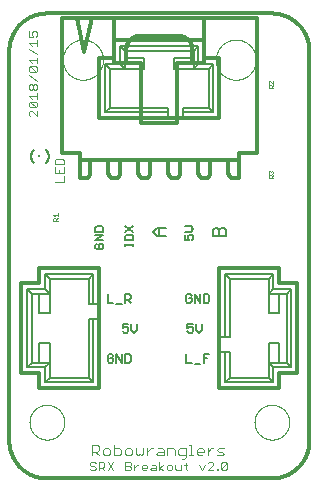
<source format=gto>
G75*
%MOIN*%
%OFA0B0*%
%FSLAX25Y25*%
%IPPOS*%
%LPD*%
%AMOC8*
5,1,8,0,0,1.08239X$1,22.5*
%
%ADD10C,0.01200*%
%ADD11C,0.00000*%
%ADD12C,0.00800*%
%ADD13C,0.00500*%
%ADD14C,0.00400*%
%ADD15C,0.00040*%
%ADD16R,0.00787X0.00787*%
%ADD17R,0.00984X0.00591*%
%ADD18C,0.00300*%
%ADD19C,0.00100*%
D10*
X0009700Y0022200D02*
X0009700Y0152200D01*
X0009704Y0152502D01*
X0009715Y0152804D01*
X0009733Y0153105D01*
X0009758Y0153406D01*
X0009791Y0153707D01*
X0009831Y0154006D01*
X0009878Y0154304D01*
X0009933Y0154602D01*
X0009994Y0154897D01*
X0010063Y0155191D01*
X0010139Y0155484D01*
X0010222Y0155774D01*
X0010312Y0156063D01*
X0010409Y0156349D01*
X0010512Y0156633D01*
X0010623Y0156914D01*
X0010740Y0157192D01*
X0010864Y0157468D01*
X0010995Y0157740D01*
X0011132Y0158009D01*
X0011275Y0158275D01*
X0011425Y0158537D01*
X0011582Y0158796D01*
X0011744Y0159050D01*
X0011913Y0159301D01*
X0012087Y0159547D01*
X0012268Y0159790D01*
X0012454Y0160027D01*
X0012646Y0160261D01*
X0012844Y0160489D01*
X0013047Y0160713D01*
X0013255Y0160931D01*
X0013469Y0161145D01*
X0013687Y0161353D01*
X0013911Y0161556D01*
X0014139Y0161754D01*
X0014373Y0161946D01*
X0014610Y0162132D01*
X0014853Y0162313D01*
X0015099Y0162487D01*
X0015350Y0162656D01*
X0015604Y0162818D01*
X0015863Y0162975D01*
X0016125Y0163125D01*
X0016391Y0163268D01*
X0016660Y0163405D01*
X0016932Y0163536D01*
X0017208Y0163660D01*
X0017486Y0163777D01*
X0017767Y0163888D01*
X0018051Y0163991D01*
X0018337Y0164088D01*
X0018626Y0164178D01*
X0018916Y0164261D01*
X0019209Y0164337D01*
X0019503Y0164406D01*
X0019798Y0164467D01*
X0020096Y0164522D01*
X0020394Y0164569D01*
X0020693Y0164609D01*
X0020994Y0164642D01*
X0021295Y0164667D01*
X0021596Y0164685D01*
X0021898Y0164696D01*
X0022200Y0164700D01*
X0097200Y0164700D01*
X0092200Y0163200D02*
X0092200Y0118200D01*
X0086200Y0118200D01*
X0086200Y0109700D01*
X0084700Y0109700D01*
X0084613Y0109702D01*
X0084526Y0109708D01*
X0084439Y0109717D01*
X0084353Y0109730D01*
X0084267Y0109747D01*
X0084182Y0109768D01*
X0084099Y0109793D01*
X0084016Y0109821D01*
X0083935Y0109852D01*
X0083855Y0109887D01*
X0083777Y0109926D01*
X0083700Y0109968D01*
X0083625Y0110013D01*
X0083553Y0110062D01*
X0083482Y0110113D01*
X0083414Y0110168D01*
X0083349Y0110225D01*
X0083286Y0110286D01*
X0083225Y0110349D01*
X0083168Y0110414D01*
X0083113Y0110482D01*
X0083062Y0110553D01*
X0083013Y0110625D01*
X0082968Y0110700D01*
X0082926Y0110777D01*
X0082887Y0110855D01*
X0082852Y0110935D01*
X0082821Y0111016D01*
X0082793Y0111099D01*
X0082768Y0111182D01*
X0082747Y0111267D01*
X0082730Y0111353D01*
X0082717Y0111439D01*
X0082708Y0111526D01*
X0082702Y0111613D01*
X0082700Y0111700D01*
X0082700Y0115200D01*
X0086200Y0115700D02*
X0033200Y0115700D01*
X0033200Y0118200D02*
X0033200Y0109700D01*
X0034200Y0109700D01*
X0034700Y0109700D02*
X0034787Y0109702D01*
X0034874Y0109708D01*
X0034961Y0109717D01*
X0035047Y0109730D01*
X0035133Y0109747D01*
X0035218Y0109768D01*
X0035301Y0109793D01*
X0035384Y0109821D01*
X0035465Y0109852D01*
X0035545Y0109887D01*
X0035623Y0109926D01*
X0035700Y0109968D01*
X0035775Y0110013D01*
X0035847Y0110062D01*
X0035918Y0110113D01*
X0035986Y0110168D01*
X0036051Y0110225D01*
X0036114Y0110286D01*
X0036175Y0110349D01*
X0036232Y0110414D01*
X0036287Y0110482D01*
X0036338Y0110553D01*
X0036387Y0110625D01*
X0036432Y0110700D01*
X0036474Y0110777D01*
X0036513Y0110855D01*
X0036548Y0110935D01*
X0036579Y0111016D01*
X0036607Y0111099D01*
X0036632Y0111182D01*
X0036653Y0111267D01*
X0036670Y0111353D01*
X0036683Y0111439D01*
X0036692Y0111526D01*
X0036698Y0111613D01*
X0036700Y0111700D01*
X0036700Y0115200D01*
X0033200Y0118200D02*
X0027200Y0118200D01*
X0027200Y0163200D01*
X0092200Y0163200D01*
X0097200Y0164700D02*
X0097502Y0164696D01*
X0097804Y0164685D01*
X0098105Y0164667D01*
X0098406Y0164642D01*
X0098707Y0164609D01*
X0099006Y0164569D01*
X0099304Y0164522D01*
X0099602Y0164467D01*
X0099897Y0164406D01*
X0100191Y0164337D01*
X0100484Y0164261D01*
X0100774Y0164178D01*
X0101063Y0164088D01*
X0101349Y0163991D01*
X0101633Y0163888D01*
X0101914Y0163777D01*
X0102192Y0163660D01*
X0102468Y0163536D01*
X0102740Y0163405D01*
X0103009Y0163268D01*
X0103275Y0163125D01*
X0103537Y0162975D01*
X0103796Y0162818D01*
X0104050Y0162656D01*
X0104301Y0162487D01*
X0104547Y0162313D01*
X0104790Y0162132D01*
X0105027Y0161946D01*
X0105261Y0161754D01*
X0105489Y0161556D01*
X0105713Y0161353D01*
X0105931Y0161145D01*
X0106145Y0160931D01*
X0106353Y0160713D01*
X0106556Y0160489D01*
X0106754Y0160261D01*
X0106946Y0160027D01*
X0107132Y0159790D01*
X0107313Y0159547D01*
X0107487Y0159301D01*
X0107656Y0159050D01*
X0107818Y0158796D01*
X0107975Y0158537D01*
X0108125Y0158275D01*
X0108268Y0158009D01*
X0108405Y0157740D01*
X0108536Y0157468D01*
X0108660Y0157192D01*
X0108777Y0156914D01*
X0108888Y0156633D01*
X0108991Y0156349D01*
X0109088Y0156063D01*
X0109178Y0155774D01*
X0109261Y0155484D01*
X0109337Y0155191D01*
X0109406Y0154897D01*
X0109467Y0154602D01*
X0109522Y0154304D01*
X0109569Y0154006D01*
X0109609Y0153707D01*
X0109642Y0153406D01*
X0109667Y0153105D01*
X0109685Y0152804D01*
X0109696Y0152502D01*
X0109700Y0152200D01*
X0109700Y0022200D01*
X0109696Y0021898D01*
X0109685Y0021596D01*
X0109667Y0021295D01*
X0109642Y0020994D01*
X0109609Y0020693D01*
X0109569Y0020394D01*
X0109522Y0020096D01*
X0109467Y0019798D01*
X0109406Y0019503D01*
X0109337Y0019209D01*
X0109261Y0018916D01*
X0109178Y0018626D01*
X0109088Y0018337D01*
X0108991Y0018051D01*
X0108888Y0017767D01*
X0108777Y0017486D01*
X0108660Y0017208D01*
X0108536Y0016932D01*
X0108405Y0016660D01*
X0108268Y0016391D01*
X0108125Y0016125D01*
X0107975Y0015863D01*
X0107818Y0015604D01*
X0107656Y0015350D01*
X0107487Y0015099D01*
X0107313Y0014853D01*
X0107132Y0014610D01*
X0106946Y0014373D01*
X0106754Y0014139D01*
X0106556Y0013911D01*
X0106353Y0013687D01*
X0106145Y0013469D01*
X0105931Y0013255D01*
X0105713Y0013047D01*
X0105489Y0012844D01*
X0105261Y0012646D01*
X0105027Y0012454D01*
X0104790Y0012268D01*
X0104547Y0012087D01*
X0104301Y0011913D01*
X0104050Y0011744D01*
X0103796Y0011582D01*
X0103537Y0011425D01*
X0103275Y0011275D01*
X0103009Y0011132D01*
X0102740Y0010995D01*
X0102468Y0010864D01*
X0102192Y0010740D01*
X0101914Y0010623D01*
X0101633Y0010512D01*
X0101349Y0010409D01*
X0101063Y0010312D01*
X0100774Y0010222D01*
X0100484Y0010139D01*
X0100191Y0010063D01*
X0099897Y0009994D01*
X0099602Y0009933D01*
X0099304Y0009878D01*
X0099006Y0009831D01*
X0098707Y0009791D01*
X0098406Y0009758D01*
X0098105Y0009733D01*
X0097804Y0009715D01*
X0097502Y0009704D01*
X0097200Y0009700D01*
X0022200Y0009700D01*
X0021898Y0009704D01*
X0021596Y0009715D01*
X0021295Y0009733D01*
X0020994Y0009758D01*
X0020693Y0009791D01*
X0020394Y0009831D01*
X0020096Y0009878D01*
X0019798Y0009933D01*
X0019503Y0009994D01*
X0019209Y0010063D01*
X0018916Y0010139D01*
X0018626Y0010222D01*
X0018337Y0010312D01*
X0018051Y0010409D01*
X0017767Y0010512D01*
X0017486Y0010623D01*
X0017208Y0010740D01*
X0016932Y0010864D01*
X0016660Y0010995D01*
X0016391Y0011132D01*
X0016125Y0011275D01*
X0015863Y0011425D01*
X0015604Y0011582D01*
X0015350Y0011744D01*
X0015099Y0011913D01*
X0014853Y0012087D01*
X0014610Y0012268D01*
X0014373Y0012454D01*
X0014139Y0012646D01*
X0013911Y0012844D01*
X0013687Y0013047D01*
X0013469Y0013255D01*
X0013255Y0013469D01*
X0013047Y0013687D01*
X0012844Y0013911D01*
X0012646Y0014139D01*
X0012454Y0014373D01*
X0012268Y0014610D01*
X0012087Y0014853D01*
X0011913Y0015099D01*
X0011744Y0015350D01*
X0011582Y0015604D01*
X0011425Y0015863D01*
X0011275Y0016125D01*
X0011132Y0016391D01*
X0010995Y0016660D01*
X0010864Y0016932D01*
X0010740Y0017208D01*
X0010623Y0017486D01*
X0010512Y0017767D01*
X0010409Y0018051D01*
X0010312Y0018337D01*
X0010222Y0018626D01*
X0010139Y0018916D01*
X0010063Y0019209D01*
X0009994Y0019503D01*
X0009933Y0019798D01*
X0009878Y0020096D01*
X0009831Y0020394D01*
X0009791Y0020693D01*
X0009758Y0020994D01*
X0009733Y0021295D01*
X0009715Y0021596D01*
X0009704Y0021898D01*
X0009700Y0022200D01*
X0019700Y0039700D02*
X0019700Y0044700D01*
X0013700Y0044700D01*
X0013700Y0074700D01*
X0019700Y0074700D01*
X0019700Y0079700D01*
X0039700Y0079700D01*
X0039700Y0067700D01*
X0039700Y0062700D01*
X0039700Y0039700D01*
X0019700Y0039700D01*
X0042700Y0111700D02*
X0042700Y0115200D01*
X0046700Y0111700D02*
X0046698Y0111613D01*
X0046692Y0111526D01*
X0046683Y0111439D01*
X0046670Y0111353D01*
X0046653Y0111267D01*
X0046632Y0111182D01*
X0046607Y0111099D01*
X0046579Y0111016D01*
X0046548Y0110935D01*
X0046513Y0110855D01*
X0046474Y0110777D01*
X0046432Y0110700D01*
X0046387Y0110625D01*
X0046338Y0110553D01*
X0046287Y0110482D01*
X0046232Y0110414D01*
X0046175Y0110349D01*
X0046114Y0110286D01*
X0046051Y0110225D01*
X0045986Y0110168D01*
X0045918Y0110113D01*
X0045847Y0110062D01*
X0045775Y0110013D01*
X0045700Y0109968D01*
X0045623Y0109926D01*
X0045545Y0109887D01*
X0045465Y0109852D01*
X0045384Y0109821D01*
X0045301Y0109793D01*
X0045218Y0109768D01*
X0045133Y0109747D01*
X0045047Y0109730D01*
X0044961Y0109717D01*
X0044874Y0109708D01*
X0044787Y0109702D01*
X0044700Y0109700D01*
X0044613Y0109702D01*
X0044526Y0109708D01*
X0044439Y0109717D01*
X0044353Y0109730D01*
X0044267Y0109747D01*
X0044182Y0109768D01*
X0044099Y0109793D01*
X0044016Y0109821D01*
X0043935Y0109852D01*
X0043855Y0109887D01*
X0043777Y0109926D01*
X0043700Y0109968D01*
X0043625Y0110013D01*
X0043553Y0110062D01*
X0043482Y0110113D01*
X0043414Y0110168D01*
X0043349Y0110225D01*
X0043286Y0110286D01*
X0043225Y0110349D01*
X0043168Y0110414D01*
X0043113Y0110482D01*
X0043062Y0110553D01*
X0043013Y0110625D01*
X0042968Y0110700D01*
X0042926Y0110777D01*
X0042887Y0110855D01*
X0042852Y0110935D01*
X0042821Y0111016D01*
X0042793Y0111099D01*
X0042768Y0111182D01*
X0042747Y0111267D01*
X0042730Y0111353D01*
X0042717Y0111439D01*
X0042708Y0111526D01*
X0042702Y0111613D01*
X0042700Y0111700D01*
X0046700Y0111700D02*
X0046700Y0115200D01*
X0052700Y0115200D02*
X0052700Y0111700D01*
X0054700Y0109700D02*
X0054787Y0109702D01*
X0054874Y0109708D01*
X0054961Y0109717D01*
X0055047Y0109730D01*
X0055133Y0109747D01*
X0055218Y0109768D01*
X0055301Y0109793D01*
X0055384Y0109821D01*
X0055465Y0109852D01*
X0055545Y0109887D01*
X0055623Y0109926D01*
X0055700Y0109968D01*
X0055775Y0110013D01*
X0055847Y0110062D01*
X0055918Y0110113D01*
X0055986Y0110168D01*
X0056051Y0110225D01*
X0056114Y0110286D01*
X0056175Y0110349D01*
X0056232Y0110414D01*
X0056287Y0110482D01*
X0056338Y0110553D01*
X0056387Y0110625D01*
X0056432Y0110700D01*
X0056474Y0110777D01*
X0056513Y0110855D01*
X0056548Y0110935D01*
X0056579Y0111016D01*
X0056607Y0111099D01*
X0056632Y0111182D01*
X0056653Y0111267D01*
X0056670Y0111353D01*
X0056683Y0111439D01*
X0056692Y0111526D01*
X0056698Y0111613D01*
X0056700Y0111700D01*
X0056700Y0115200D01*
X0052700Y0111700D02*
X0052702Y0111613D01*
X0052708Y0111526D01*
X0052717Y0111439D01*
X0052730Y0111353D01*
X0052747Y0111267D01*
X0052768Y0111182D01*
X0052793Y0111099D01*
X0052821Y0111016D01*
X0052852Y0110935D01*
X0052887Y0110855D01*
X0052926Y0110777D01*
X0052968Y0110700D01*
X0053013Y0110625D01*
X0053062Y0110553D01*
X0053113Y0110482D01*
X0053168Y0110414D01*
X0053225Y0110349D01*
X0053286Y0110286D01*
X0053349Y0110225D01*
X0053414Y0110168D01*
X0053482Y0110113D01*
X0053553Y0110062D01*
X0053625Y0110013D01*
X0053700Y0109968D01*
X0053777Y0109926D01*
X0053855Y0109887D01*
X0053935Y0109852D01*
X0054016Y0109821D01*
X0054099Y0109793D01*
X0054182Y0109768D01*
X0054267Y0109747D01*
X0054353Y0109730D01*
X0054439Y0109717D01*
X0054526Y0109708D01*
X0054613Y0109702D01*
X0054700Y0109700D01*
X0062700Y0111700D02*
X0062700Y0115200D01*
X0066700Y0111700D02*
X0066698Y0111613D01*
X0066692Y0111526D01*
X0066683Y0111439D01*
X0066670Y0111353D01*
X0066653Y0111267D01*
X0066632Y0111182D01*
X0066607Y0111099D01*
X0066579Y0111016D01*
X0066548Y0110935D01*
X0066513Y0110855D01*
X0066474Y0110777D01*
X0066432Y0110700D01*
X0066387Y0110625D01*
X0066338Y0110553D01*
X0066287Y0110482D01*
X0066232Y0110414D01*
X0066175Y0110349D01*
X0066114Y0110286D01*
X0066051Y0110225D01*
X0065986Y0110168D01*
X0065918Y0110113D01*
X0065847Y0110062D01*
X0065775Y0110013D01*
X0065700Y0109968D01*
X0065623Y0109926D01*
X0065545Y0109887D01*
X0065465Y0109852D01*
X0065384Y0109821D01*
X0065301Y0109793D01*
X0065218Y0109768D01*
X0065133Y0109747D01*
X0065047Y0109730D01*
X0064961Y0109717D01*
X0064874Y0109708D01*
X0064787Y0109702D01*
X0064700Y0109700D01*
X0064613Y0109702D01*
X0064526Y0109708D01*
X0064439Y0109717D01*
X0064353Y0109730D01*
X0064267Y0109747D01*
X0064182Y0109768D01*
X0064099Y0109793D01*
X0064016Y0109821D01*
X0063935Y0109852D01*
X0063855Y0109887D01*
X0063777Y0109926D01*
X0063700Y0109968D01*
X0063625Y0110013D01*
X0063553Y0110062D01*
X0063482Y0110113D01*
X0063414Y0110168D01*
X0063349Y0110225D01*
X0063286Y0110286D01*
X0063225Y0110349D01*
X0063168Y0110414D01*
X0063113Y0110482D01*
X0063062Y0110553D01*
X0063013Y0110625D01*
X0062968Y0110700D01*
X0062926Y0110777D01*
X0062887Y0110855D01*
X0062852Y0110935D01*
X0062821Y0111016D01*
X0062793Y0111099D01*
X0062768Y0111182D01*
X0062747Y0111267D01*
X0062730Y0111353D01*
X0062717Y0111439D01*
X0062708Y0111526D01*
X0062702Y0111613D01*
X0062700Y0111700D01*
X0066700Y0111700D02*
X0066700Y0115200D01*
X0072700Y0115200D02*
X0072700Y0111700D01*
X0074700Y0109700D02*
X0074787Y0109702D01*
X0074874Y0109708D01*
X0074961Y0109717D01*
X0075047Y0109730D01*
X0075133Y0109747D01*
X0075218Y0109768D01*
X0075301Y0109793D01*
X0075384Y0109821D01*
X0075465Y0109852D01*
X0075545Y0109887D01*
X0075623Y0109926D01*
X0075700Y0109968D01*
X0075775Y0110013D01*
X0075847Y0110062D01*
X0075918Y0110113D01*
X0075986Y0110168D01*
X0076051Y0110225D01*
X0076114Y0110286D01*
X0076175Y0110349D01*
X0076232Y0110414D01*
X0076287Y0110482D01*
X0076338Y0110553D01*
X0076387Y0110625D01*
X0076432Y0110700D01*
X0076474Y0110777D01*
X0076513Y0110855D01*
X0076548Y0110935D01*
X0076579Y0111016D01*
X0076607Y0111099D01*
X0076632Y0111182D01*
X0076653Y0111267D01*
X0076670Y0111353D01*
X0076683Y0111439D01*
X0076692Y0111526D01*
X0076698Y0111613D01*
X0076700Y0111700D01*
X0076700Y0115200D01*
X0072700Y0111700D02*
X0072702Y0111613D01*
X0072708Y0111526D01*
X0072717Y0111439D01*
X0072730Y0111353D01*
X0072747Y0111267D01*
X0072768Y0111182D01*
X0072793Y0111099D01*
X0072821Y0111016D01*
X0072852Y0110935D01*
X0072887Y0110855D01*
X0072926Y0110777D01*
X0072968Y0110700D01*
X0073013Y0110625D01*
X0073062Y0110553D01*
X0073113Y0110482D01*
X0073168Y0110414D01*
X0073225Y0110349D01*
X0073286Y0110286D01*
X0073349Y0110225D01*
X0073414Y0110168D01*
X0073482Y0110113D01*
X0073553Y0110062D01*
X0073625Y0110013D01*
X0073700Y0109968D01*
X0073777Y0109926D01*
X0073855Y0109887D01*
X0073935Y0109852D01*
X0074016Y0109821D01*
X0074099Y0109793D01*
X0074182Y0109768D01*
X0074267Y0109747D01*
X0074353Y0109730D01*
X0074439Y0109717D01*
X0074526Y0109708D01*
X0074613Y0109702D01*
X0074700Y0109700D01*
X0065700Y0128200D02*
X0065700Y0148200D01*
X0070700Y0148200D01*
X0070700Y0152700D01*
X0070700Y0148200D02*
X0074700Y0148200D01*
X0074700Y0163200D01*
X0074700Y0155700D02*
X0044700Y0155700D01*
X0044700Y0149700D01*
X0039700Y0149700D01*
X0039700Y0129700D01*
X0062700Y0129700D01*
X0067700Y0129700D01*
X0079700Y0129700D01*
X0079700Y0149700D01*
X0074700Y0149700D01*
X0074700Y0155700D01*
X0066200Y0157200D02*
X0053200Y0157200D01*
X0053067Y0157198D01*
X0052933Y0157192D01*
X0052800Y0157182D01*
X0052668Y0157168D01*
X0052536Y0157151D01*
X0052404Y0157129D01*
X0052273Y0157104D01*
X0052143Y0157074D01*
X0052014Y0157041D01*
X0051886Y0157004D01*
X0051759Y0156963D01*
X0051633Y0156918D01*
X0051509Y0156870D01*
X0051386Y0156818D01*
X0051265Y0156763D01*
X0051145Y0156703D01*
X0051027Y0156641D01*
X0050912Y0156575D01*
X0050798Y0156505D01*
X0050686Y0156432D01*
X0050577Y0156356D01*
X0050469Y0156277D01*
X0050365Y0156194D01*
X0050262Y0156109D01*
X0050163Y0156020D01*
X0050066Y0155929D01*
X0049971Y0155834D01*
X0049880Y0155737D01*
X0049791Y0155638D01*
X0049706Y0155535D01*
X0049623Y0155431D01*
X0049544Y0155323D01*
X0049468Y0155214D01*
X0049395Y0155102D01*
X0049325Y0154988D01*
X0049259Y0154873D01*
X0049197Y0154755D01*
X0049137Y0154635D01*
X0049082Y0154514D01*
X0049030Y0154391D01*
X0048982Y0154267D01*
X0048937Y0154141D01*
X0048896Y0154014D01*
X0048859Y0153886D01*
X0048826Y0153757D01*
X0048796Y0153627D01*
X0048771Y0153496D01*
X0048749Y0153364D01*
X0048732Y0153232D01*
X0048718Y0153100D01*
X0048708Y0152967D01*
X0048702Y0152833D01*
X0048700Y0152700D01*
X0048700Y0148200D01*
X0053700Y0148200D01*
X0053700Y0128200D01*
X0065700Y0128200D01*
X0048700Y0148200D02*
X0044700Y0148200D01*
X0044700Y0163200D01*
X0037200Y0163200D02*
X0034700Y0152000D01*
X0032200Y0163200D01*
X0066200Y0157200D02*
X0066333Y0157198D01*
X0066467Y0157192D01*
X0066600Y0157182D01*
X0066732Y0157168D01*
X0066864Y0157151D01*
X0066996Y0157129D01*
X0067127Y0157104D01*
X0067257Y0157074D01*
X0067386Y0157041D01*
X0067514Y0157004D01*
X0067641Y0156963D01*
X0067767Y0156918D01*
X0067891Y0156870D01*
X0068014Y0156818D01*
X0068135Y0156763D01*
X0068255Y0156703D01*
X0068373Y0156641D01*
X0068488Y0156575D01*
X0068602Y0156505D01*
X0068714Y0156432D01*
X0068823Y0156356D01*
X0068931Y0156277D01*
X0069035Y0156194D01*
X0069138Y0156109D01*
X0069237Y0156020D01*
X0069334Y0155929D01*
X0069429Y0155834D01*
X0069520Y0155737D01*
X0069609Y0155638D01*
X0069694Y0155535D01*
X0069777Y0155431D01*
X0069856Y0155323D01*
X0069932Y0155214D01*
X0070005Y0155102D01*
X0070075Y0154988D01*
X0070141Y0154873D01*
X0070203Y0154755D01*
X0070263Y0154635D01*
X0070318Y0154514D01*
X0070370Y0154391D01*
X0070418Y0154267D01*
X0070463Y0154141D01*
X0070504Y0154014D01*
X0070541Y0153886D01*
X0070574Y0153757D01*
X0070604Y0153627D01*
X0070629Y0153496D01*
X0070651Y0153364D01*
X0070668Y0153232D01*
X0070682Y0153100D01*
X0070692Y0152967D01*
X0070698Y0152833D01*
X0070700Y0152700D01*
X0079700Y0079700D02*
X0099700Y0079700D01*
X0099700Y0074700D01*
X0105700Y0074700D01*
X0105700Y0044700D01*
X0099700Y0044700D01*
X0099700Y0039700D01*
X0079700Y0039700D01*
X0079700Y0051700D01*
X0079700Y0056700D01*
X0079700Y0079700D01*
D11*
X0091400Y0028450D02*
X0091402Y0028602D01*
X0091408Y0028754D01*
X0091418Y0028905D01*
X0091432Y0029056D01*
X0091450Y0029207D01*
X0091471Y0029357D01*
X0091497Y0029507D01*
X0091527Y0029656D01*
X0091560Y0029804D01*
X0091598Y0029951D01*
X0091639Y0030097D01*
X0091684Y0030242D01*
X0091733Y0030386D01*
X0091785Y0030529D01*
X0091841Y0030670D01*
X0091901Y0030809D01*
X0091965Y0030947D01*
X0092032Y0031083D01*
X0092103Y0031218D01*
X0092177Y0031350D01*
X0092255Y0031480D01*
X0092336Y0031609D01*
X0092420Y0031735D01*
X0092508Y0031859D01*
X0092599Y0031981D01*
X0092693Y0032100D01*
X0092790Y0032217D01*
X0092890Y0032331D01*
X0092993Y0032442D01*
X0093099Y0032551D01*
X0093208Y0032657D01*
X0093319Y0032760D01*
X0093433Y0032860D01*
X0093550Y0032957D01*
X0093669Y0033051D01*
X0093791Y0033142D01*
X0093915Y0033230D01*
X0094041Y0033314D01*
X0094170Y0033395D01*
X0094300Y0033473D01*
X0094432Y0033547D01*
X0094567Y0033618D01*
X0094703Y0033685D01*
X0094841Y0033749D01*
X0094980Y0033809D01*
X0095121Y0033865D01*
X0095264Y0033917D01*
X0095408Y0033966D01*
X0095553Y0034011D01*
X0095699Y0034052D01*
X0095846Y0034090D01*
X0095994Y0034123D01*
X0096143Y0034153D01*
X0096293Y0034179D01*
X0096443Y0034200D01*
X0096594Y0034218D01*
X0096745Y0034232D01*
X0096896Y0034242D01*
X0097048Y0034248D01*
X0097200Y0034250D01*
X0097352Y0034248D01*
X0097504Y0034242D01*
X0097655Y0034232D01*
X0097806Y0034218D01*
X0097957Y0034200D01*
X0098107Y0034179D01*
X0098257Y0034153D01*
X0098406Y0034123D01*
X0098554Y0034090D01*
X0098701Y0034052D01*
X0098847Y0034011D01*
X0098992Y0033966D01*
X0099136Y0033917D01*
X0099279Y0033865D01*
X0099420Y0033809D01*
X0099559Y0033749D01*
X0099697Y0033685D01*
X0099833Y0033618D01*
X0099968Y0033547D01*
X0100100Y0033473D01*
X0100230Y0033395D01*
X0100359Y0033314D01*
X0100485Y0033230D01*
X0100609Y0033142D01*
X0100731Y0033051D01*
X0100850Y0032957D01*
X0100967Y0032860D01*
X0101081Y0032760D01*
X0101192Y0032657D01*
X0101301Y0032551D01*
X0101407Y0032442D01*
X0101510Y0032331D01*
X0101610Y0032217D01*
X0101707Y0032100D01*
X0101801Y0031981D01*
X0101892Y0031859D01*
X0101980Y0031735D01*
X0102064Y0031609D01*
X0102145Y0031480D01*
X0102223Y0031350D01*
X0102297Y0031218D01*
X0102368Y0031083D01*
X0102435Y0030947D01*
X0102499Y0030809D01*
X0102559Y0030670D01*
X0102615Y0030529D01*
X0102667Y0030386D01*
X0102716Y0030242D01*
X0102761Y0030097D01*
X0102802Y0029951D01*
X0102840Y0029804D01*
X0102873Y0029656D01*
X0102903Y0029507D01*
X0102929Y0029357D01*
X0102950Y0029207D01*
X0102968Y0029056D01*
X0102982Y0028905D01*
X0102992Y0028754D01*
X0102998Y0028602D01*
X0103000Y0028450D01*
X0102998Y0028298D01*
X0102992Y0028146D01*
X0102982Y0027995D01*
X0102968Y0027844D01*
X0102950Y0027693D01*
X0102929Y0027543D01*
X0102903Y0027393D01*
X0102873Y0027244D01*
X0102840Y0027096D01*
X0102802Y0026949D01*
X0102761Y0026803D01*
X0102716Y0026658D01*
X0102667Y0026514D01*
X0102615Y0026371D01*
X0102559Y0026230D01*
X0102499Y0026091D01*
X0102435Y0025953D01*
X0102368Y0025817D01*
X0102297Y0025682D01*
X0102223Y0025550D01*
X0102145Y0025420D01*
X0102064Y0025291D01*
X0101980Y0025165D01*
X0101892Y0025041D01*
X0101801Y0024919D01*
X0101707Y0024800D01*
X0101610Y0024683D01*
X0101510Y0024569D01*
X0101407Y0024458D01*
X0101301Y0024349D01*
X0101192Y0024243D01*
X0101081Y0024140D01*
X0100967Y0024040D01*
X0100850Y0023943D01*
X0100731Y0023849D01*
X0100609Y0023758D01*
X0100485Y0023670D01*
X0100359Y0023586D01*
X0100230Y0023505D01*
X0100100Y0023427D01*
X0099968Y0023353D01*
X0099833Y0023282D01*
X0099697Y0023215D01*
X0099559Y0023151D01*
X0099420Y0023091D01*
X0099279Y0023035D01*
X0099136Y0022983D01*
X0098992Y0022934D01*
X0098847Y0022889D01*
X0098701Y0022848D01*
X0098554Y0022810D01*
X0098406Y0022777D01*
X0098257Y0022747D01*
X0098107Y0022721D01*
X0097957Y0022700D01*
X0097806Y0022682D01*
X0097655Y0022668D01*
X0097504Y0022658D01*
X0097352Y0022652D01*
X0097200Y0022650D01*
X0097048Y0022652D01*
X0096896Y0022658D01*
X0096745Y0022668D01*
X0096594Y0022682D01*
X0096443Y0022700D01*
X0096293Y0022721D01*
X0096143Y0022747D01*
X0095994Y0022777D01*
X0095846Y0022810D01*
X0095699Y0022848D01*
X0095553Y0022889D01*
X0095408Y0022934D01*
X0095264Y0022983D01*
X0095121Y0023035D01*
X0094980Y0023091D01*
X0094841Y0023151D01*
X0094703Y0023215D01*
X0094567Y0023282D01*
X0094432Y0023353D01*
X0094300Y0023427D01*
X0094170Y0023505D01*
X0094041Y0023586D01*
X0093915Y0023670D01*
X0093791Y0023758D01*
X0093669Y0023849D01*
X0093550Y0023943D01*
X0093433Y0024040D01*
X0093319Y0024140D01*
X0093208Y0024243D01*
X0093099Y0024349D01*
X0092993Y0024458D01*
X0092890Y0024569D01*
X0092790Y0024683D01*
X0092693Y0024800D01*
X0092599Y0024919D01*
X0092508Y0025041D01*
X0092420Y0025165D01*
X0092336Y0025291D01*
X0092255Y0025420D01*
X0092177Y0025550D01*
X0092103Y0025682D01*
X0092032Y0025817D01*
X0091965Y0025953D01*
X0091901Y0026091D01*
X0091841Y0026230D01*
X0091785Y0026371D01*
X0091733Y0026514D01*
X0091684Y0026658D01*
X0091639Y0026803D01*
X0091598Y0026949D01*
X0091560Y0027096D01*
X0091527Y0027244D01*
X0091497Y0027393D01*
X0091471Y0027543D01*
X0091450Y0027693D01*
X0091432Y0027844D01*
X0091418Y0027995D01*
X0091408Y0028146D01*
X0091402Y0028298D01*
X0091400Y0028450D01*
X0016400Y0028450D02*
X0016402Y0028602D01*
X0016408Y0028754D01*
X0016418Y0028905D01*
X0016432Y0029056D01*
X0016450Y0029207D01*
X0016471Y0029357D01*
X0016497Y0029507D01*
X0016527Y0029656D01*
X0016560Y0029804D01*
X0016598Y0029951D01*
X0016639Y0030097D01*
X0016684Y0030242D01*
X0016733Y0030386D01*
X0016785Y0030529D01*
X0016841Y0030670D01*
X0016901Y0030809D01*
X0016965Y0030947D01*
X0017032Y0031083D01*
X0017103Y0031218D01*
X0017177Y0031350D01*
X0017255Y0031480D01*
X0017336Y0031609D01*
X0017420Y0031735D01*
X0017508Y0031859D01*
X0017599Y0031981D01*
X0017693Y0032100D01*
X0017790Y0032217D01*
X0017890Y0032331D01*
X0017993Y0032442D01*
X0018099Y0032551D01*
X0018208Y0032657D01*
X0018319Y0032760D01*
X0018433Y0032860D01*
X0018550Y0032957D01*
X0018669Y0033051D01*
X0018791Y0033142D01*
X0018915Y0033230D01*
X0019041Y0033314D01*
X0019170Y0033395D01*
X0019300Y0033473D01*
X0019432Y0033547D01*
X0019567Y0033618D01*
X0019703Y0033685D01*
X0019841Y0033749D01*
X0019980Y0033809D01*
X0020121Y0033865D01*
X0020264Y0033917D01*
X0020408Y0033966D01*
X0020553Y0034011D01*
X0020699Y0034052D01*
X0020846Y0034090D01*
X0020994Y0034123D01*
X0021143Y0034153D01*
X0021293Y0034179D01*
X0021443Y0034200D01*
X0021594Y0034218D01*
X0021745Y0034232D01*
X0021896Y0034242D01*
X0022048Y0034248D01*
X0022200Y0034250D01*
X0022352Y0034248D01*
X0022504Y0034242D01*
X0022655Y0034232D01*
X0022806Y0034218D01*
X0022957Y0034200D01*
X0023107Y0034179D01*
X0023257Y0034153D01*
X0023406Y0034123D01*
X0023554Y0034090D01*
X0023701Y0034052D01*
X0023847Y0034011D01*
X0023992Y0033966D01*
X0024136Y0033917D01*
X0024279Y0033865D01*
X0024420Y0033809D01*
X0024559Y0033749D01*
X0024697Y0033685D01*
X0024833Y0033618D01*
X0024968Y0033547D01*
X0025100Y0033473D01*
X0025230Y0033395D01*
X0025359Y0033314D01*
X0025485Y0033230D01*
X0025609Y0033142D01*
X0025731Y0033051D01*
X0025850Y0032957D01*
X0025967Y0032860D01*
X0026081Y0032760D01*
X0026192Y0032657D01*
X0026301Y0032551D01*
X0026407Y0032442D01*
X0026510Y0032331D01*
X0026610Y0032217D01*
X0026707Y0032100D01*
X0026801Y0031981D01*
X0026892Y0031859D01*
X0026980Y0031735D01*
X0027064Y0031609D01*
X0027145Y0031480D01*
X0027223Y0031350D01*
X0027297Y0031218D01*
X0027368Y0031083D01*
X0027435Y0030947D01*
X0027499Y0030809D01*
X0027559Y0030670D01*
X0027615Y0030529D01*
X0027667Y0030386D01*
X0027716Y0030242D01*
X0027761Y0030097D01*
X0027802Y0029951D01*
X0027840Y0029804D01*
X0027873Y0029656D01*
X0027903Y0029507D01*
X0027929Y0029357D01*
X0027950Y0029207D01*
X0027968Y0029056D01*
X0027982Y0028905D01*
X0027992Y0028754D01*
X0027998Y0028602D01*
X0028000Y0028450D01*
X0027998Y0028298D01*
X0027992Y0028146D01*
X0027982Y0027995D01*
X0027968Y0027844D01*
X0027950Y0027693D01*
X0027929Y0027543D01*
X0027903Y0027393D01*
X0027873Y0027244D01*
X0027840Y0027096D01*
X0027802Y0026949D01*
X0027761Y0026803D01*
X0027716Y0026658D01*
X0027667Y0026514D01*
X0027615Y0026371D01*
X0027559Y0026230D01*
X0027499Y0026091D01*
X0027435Y0025953D01*
X0027368Y0025817D01*
X0027297Y0025682D01*
X0027223Y0025550D01*
X0027145Y0025420D01*
X0027064Y0025291D01*
X0026980Y0025165D01*
X0026892Y0025041D01*
X0026801Y0024919D01*
X0026707Y0024800D01*
X0026610Y0024683D01*
X0026510Y0024569D01*
X0026407Y0024458D01*
X0026301Y0024349D01*
X0026192Y0024243D01*
X0026081Y0024140D01*
X0025967Y0024040D01*
X0025850Y0023943D01*
X0025731Y0023849D01*
X0025609Y0023758D01*
X0025485Y0023670D01*
X0025359Y0023586D01*
X0025230Y0023505D01*
X0025100Y0023427D01*
X0024968Y0023353D01*
X0024833Y0023282D01*
X0024697Y0023215D01*
X0024559Y0023151D01*
X0024420Y0023091D01*
X0024279Y0023035D01*
X0024136Y0022983D01*
X0023992Y0022934D01*
X0023847Y0022889D01*
X0023701Y0022848D01*
X0023554Y0022810D01*
X0023406Y0022777D01*
X0023257Y0022747D01*
X0023107Y0022721D01*
X0022957Y0022700D01*
X0022806Y0022682D01*
X0022655Y0022668D01*
X0022504Y0022658D01*
X0022352Y0022652D01*
X0022200Y0022650D01*
X0022048Y0022652D01*
X0021896Y0022658D01*
X0021745Y0022668D01*
X0021594Y0022682D01*
X0021443Y0022700D01*
X0021293Y0022721D01*
X0021143Y0022747D01*
X0020994Y0022777D01*
X0020846Y0022810D01*
X0020699Y0022848D01*
X0020553Y0022889D01*
X0020408Y0022934D01*
X0020264Y0022983D01*
X0020121Y0023035D01*
X0019980Y0023091D01*
X0019841Y0023151D01*
X0019703Y0023215D01*
X0019567Y0023282D01*
X0019432Y0023353D01*
X0019300Y0023427D01*
X0019170Y0023505D01*
X0019041Y0023586D01*
X0018915Y0023670D01*
X0018791Y0023758D01*
X0018669Y0023849D01*
X0018550Y0023943D01*
X0018433Y0024040D01*
X0018319Y0024140D01*
X0018208Y0024243D01*
X0018099Y0024349D01*
X0017993Y0024458D01*
X0017890Y0024569D01*
X0017790Y0024683D01*
X0017693Y0024800D01*
X0017599Y0024919D01*
X0017508Y0025041D01*
X0017420Y0025165D01*
X0017336Y0025291D01*
X0017255Y0025420D01*
X0017177Y0025550D01*
X0017103Y0025682D01*
X0017032Y0025817D01*
X0016965Y0025953D01*
X0016901Y0026091D01*
X0016841Y0026230D01*
X0016785Y0026371D01*
X0016733Y0026514D01*
X0016684Y0026658D01*
X0016639Y0026803D01*
X0016598Y0026949D01*
X0016560Y0027096D01*
X0016527Y0027244D01*
X0016497Y0027393D01*
X0016471Y0027543D01*
X0016450Y0027693D01*
X0016432Y0027844D01*
X0016418Y0027995D01*
X0016408Y0028146D01*
X0016402Y0028298D01*
X0016400Y0028450D01*
X0027500Y0149300D02*
X0027502Y0149464D01*
X0027508Y0149629D01*
X0027518Y0149793D01*
X0027532Y0149957D01*
X0027550Y0150120D01*
X0027573Y0150283D01*
X0027599Y0150445D01*
X0027629Y0150607D01*
X0027663Y0150768D01*
X0027701Y0150928D01*
X0027743Y0151087D01*
X0027788Y0151245D01*
X0027838Y0151402D01*
X0027892Y0151557D01*
X0027949Y0151711D01*
X0028010Y0151864D01*
X0028075Y0152015D01*
X0028143Y0152165D01*
X0028215Y0152312D01*
X0028291Y0152458D01*
X0028370Y0152602D01*
X0028453Y0152744D01*
X0028539Y0152884D01*
X0028629Y0153022D01*
X0028722Y0153158D01*
X0028819Y0153291D01*
X0028918Y0153422D01*
X0029021Y0153550D01*
X0029127Y0153676D01*
X0029236Y0153799D01*
X0029348Y0153920D01*
X0029462Y0154038D01*
X0029580Y0154152D01*
X0029701Y0154264D01*
X0029824Y0154373D01*
X0029950Y0154479D01*
X0030078Y0154582D01*
X0030209Y0154681D01*
X0030342Y0154778D01*
X0030478Y0154871D01*
X0030616Y0154961D01*
X0030756Y0155047D01*
X0030898Y0155130D01*
X0031042Y0155209D01*
X0031188Y0155285D01*
X0031335Y0155357D01*
X0031485Y0155425D01*
X0031636Y0155490D01*
X0031789Y0155551D01*
X0031943Y0155608D01*
X0032098Y0155662D01*
X0032255Y0155712D01*
X0032413Y0155757D01*
X0032572Y0155799D01*
X0032732Y0155837D01*
X0032893Y0155871D01*
X0033055Y0155901D01*
X0033217Y0155927D01*
X0033380Y0155950D01*
X0033543Y0155968D01*
X0033707Y0155982D01*
X0033871Y0155992D01*
X0034036Y0155998D01*
X0034200Y0156000D01*
X0034364Y0155998D01*
X0034529Y0155992D01*
X0034693Y0155982D01*
X0034857Y0155968D01*
X0035020Y0155950D01*
X0035183Y0155927D01*
X0035345Y0155901D01*
X0035507Y0155871D01*
X0035668Y0155837D01*
X0035828Y0155799D01*
X0035987Y0155757D01*
X0036145Y0155712D01*
X0036302Y0155662D01*
X0036457Y0155608D01*
X0036611Y0155551D01*
X0036764Y0155490D01*
X0036915Y0155425D01*
X0037065Y0155357D01*
X0037212Y0155285D01*
X0037358Y0155209D01*
X0037502Y0155130D01*
X0037644Y0155047D01*
X0037784Y0154961D01*
X0037922Y0154871D01*
X0038058Y0154778D01*
X0038191Y0154681D01*
X0038322Y0154582D01*
X0038450Y0154479D01*
X0038576Y0154373D01*
X0038699Y0154264D01*
X0038820Y0154152D01*
X0038938Y0154038D01*
X0039052Y0153920D01*
X0039164Y0153799D01*
X0039273Y0153676D01*
X0039379Y0153550D01*
X0039482Y0153422D01*
X0039581Y0153291D01*
X0039678Y0153158D01*
X0039771Y0153022D01*
X0039861Y0152884D01*
X0039947Y0152744D01*
X0040030Y0152602D01*
X0040109Y0152458D01*
X0040185Y0152312D01*
X0040257Y0152165D01*
X0040325Y0152015D01*
X0040390Y0151864D01*
X0040451Y0151711D01*
X0040508Y0151557D01*
X0040562Y0151402D01*
X0040612Y0151245D01*
X0040657Y0151087D01*
X0040699Y0150928D01*
X0040737Y0150768D01*
X0040771Y0150607D01*
X0040801Y0150445D01*
X0040827Y0150283D01*
X0040850Y0150120D01*
X0040868Y0149957D01*
X0040882Y0149793D01*
X0040892Y0149629D01*
X0040898Y0149464D01*
X0040900Y0149300D01*
X0040898Y0149136D01*
X0040892Y0148971D01*
X0040882Y0148807D01*
X0040868Y0148643D01*
X0040850Y0148480D01*
X0040827Y0148317D01*
X0040801Y0148155D01*
X0040771Y0147993D01*
X0040737Y0147832D01*
X0040699Y0147672D01*
X0040657Y0147513D01*
X0040612Y0147355D01*
X0040562Y0147198D01*
X0040508Y0147043D01*
X0040451Y0146889D01*
X0040390Y0146736D01*
X0040325Y0146585D01*
X0040257Y0146435D01*
X0040185Y0146288D01*
X0040109Y0146142D01*
X0040030Y0145998D01*
X0039947Y0145856D01*
X0039861Y0145716D01*
X0039771Y0145578D01*
X0039678Y0145442D01*
X0039581Y0145309D01*
X0039482Y0145178D01*
X0039379Y0145050D01*
X0039273Y0144924D01*
X0039164Y0144801D01*
X0039052Y0144680D01*
X0038938Y0144562D01*
X0038820Y0144448D01*
X0038699Y0144336D01*
X0038576Y0144227D01*
X0038450Y0144121D01*
X0038322Y0144018D01*
X0038191Y0143919D01*
X0038058Y0143822D01*
X0037922Y0143729D01*
X0037784Y0143639D01*
X0037644Y0143553D01*
X0037502Y0143470D01*
X0037358Y0143391D01*
X0037212Y0143315D01*
X0037065Y0143243D01*
X0036915Y0143175D01*
X0036764Y0143110D01*
X0036611Y0143049D01*
X0036457Y0142992D01*
X0036302Y0142938D01*
X0036145Y0142888D01*
X0035987Y0142843D01*
X0035828Y0142801D01*
X0035668Y0142763D01*
X0035507Y0142729D01*
X0035345Y0142699D01*
X0035183Y0142673D01*
X0035020Y0142650D01*
X0034857Y0142632D01*
X0034693Y0142618D01*
X0034529Y0142608D01*
X0034364Y0142602D01*
X0034200Y0142600D01*
X0034036Y0142602D01*
X0033871Y0142608D01*
X0033707Y0142618D01*
X0033543Y0142632D01*
X0033380Y0142650D01*
X0033217Y0142673D01*
X0033055Y0142699D01*
X0032893Y0142729D01*
X0032732Y0142763D01*
X0032572Y0142801D01*
X0032413Y0142843D01*
X0032255Y0142888D01*
X0032098Y0142938D01*
X0031943Y0142992D01*
X0031789Y0143049D01*
X0031636Y0143110D01*
X0031485Y0143175D01*
X0031335Y0143243D01*
X0031188Y0143315D01*
X0031042Y0143391D01*
X0030898Y0143470D01*
X0030756Y0143553D01*
X0030616Y0143639D01*
X0030478Y0143729D01*
X0030342Y0143822D01*
X0030209Y0143919D01*
X0030078Y0144018D01*
X0029950Y0144121D01*
X0029824Y0144227D01*
X0029701Y0144336D01*
X0029580Y0144448D01*
X0029462Y0144562D01*
X0029348Y0144680D01*
X0029236Y0144801D01*
X0029127Y0144924D01*
X0029021Y0145050D01*
X0028918Y0145178D01*
X0028819Y0145309D01*
X0028722Y0145442D01*
X0028629Y0145578D01*
X0028539Y0145716D01*
X0028453Y0145856D01*
X0028370Y0145998D01*
X0028291Y0146142D01*
X0028215Y0146288D01*
X0028143Y0146435D01*
X0028075Y0146585D01*
X0028010Y0146736D01*
X0027949Y0146889D01*
X0027892Y0147043D01*
X0027838Y0147198D01*
X0027788Y0147355D01*
X0027743Y0147513D01*
X0027701Y0147672D01*
X0027663Y0147832D01*
X0027629Y0147993D01*
X0027599Y0148155D01*
X0027573Y0148317D01*
X0027550Y0148480D01*
X0027532Y0148643D01*
X0027518Y0148807D01*
X0027508Y0148971D01*
X0027502Y0149136D01*
X0027500Y0149300D01*
X0078500Y0149300D02*
X0078502Y0149464D01*
X0078508Y0149629D01*
X0078518Y0149793D01*
X0078532Y0149957D01*
X0078550Y0150120D01*
X0078573Y0150283D01*
X0078599Y0150445D01*
X0078629Y0150607D01*
X0078663Y0150768D01*
X0078701Y0150928D01*
X0078743Y0151087D01*
X0078788Y0151245D01*
X0078838Y0151402D01*
X0078892Y0151557D01*
X0078949Y0151711D01*
X0079010Y0151864D01*
X0079075Y0152015D01*
X0079143Y0152165D01*
X0079215Y0152312D01*
X0079291Y0152458D01*
X0079370Y0152602D01*
X0079453Y0152744D01*
X0079539Y0152884D01*
X0079629Y0153022D01*
X0079722Y0153158D01*
X0079819Y0153291D01*
X0079918Y0153422D01*
X0080021Y0153550D01*
X0080127Y0153676D01*
X0080236Y0153799D01*
X0080348Y0153920D01*
X0080462Y0154038D01*
X0080580Y0154152D01*
X0080701Y0154264D01*
X0080824Y0154373D01*
X0080950Y0154479D01*
X0081078Y0154582D01*
X0081209Y0154681D01*
X0081342Y0154778D01*
X0081478Y0154871D01*
X0081616Y0154961D01*
X0081756Y0155047D01*
X0081898Y0155130D01*
X0082042Y0155209D01*
X0082188Y0155285D01*
X0082335Y0155357D01*
X0082485Y0155425D01*
X0082636Y0155490D01*
X0082789Y0155551D01*
X0082943Y0155608D01*
X0083098Y0155662D01*
X0083255Y0155712D01*
X0083413Y0155757D01*
X0083572Y0155799D01*
X0083732Y0155837D01*
X0083893Y0155871D01*
X0084055Y0155901D01*
X0084217Y0155927D01*
X0084380Y0155950D01*
X0084543Y0155968D01*
X0084707Y0155982D01*
X0084871Y0155992D01*
X0085036Y0155998D01*
X0085200Y0156000D01*
X0085364Y0155998D01*
X0085529Y0155992D01*
X0085693Y0155982D01*
X0085857Y0155968D01*
X0086020Y0155950D01*
X0086183Y0155927D01*
X0086345Y0155901D01*
X0086507Y0155871D01*
X0086668Y0155837D01*
X0086828Y0155799D01*
X0086987Y0155757D01*
X0087145Y0155712D01*
X0087302Y0155662D01*
X0087457Y0155608D01*
X0087611Y0155551D01*
X0087764Y0155490D01*
X0087915Y0155425D01*
X0088065Y0155357D01*
X0088212Y0155285D01*
X0088358Y0155209D01*
X0088502Y0155130D01*
X0088644Y0155047D01*
X0088784Y0154961D01*
X0088922Y0154871D01*
X0089058Y0154778D01*
X0089191Y0154681D01*
X0089322Y0154582D01*
X0089450Y0154479D01*
X0089576Y0154373D01*
X0089699Y0154264D01*
X0089820Y0154152D01*
X0089938Y0154038D01*
X0090052Y0153920D01*
X0090164Y0153799D01*
X0090273Y0153676D01*
X0090379Y0153550D01*
X0090482Y0153422D01*
X0090581Y0153291D01*
X0090678Y0153158D01*
X0090771Y0153022D01*
X0090861Y0152884D01*
X0090947Y0152744D01*
X0091030Y0152602D01*
X0091109Y0152458D01*
X0091185Y0152312D01*
X0091257Y0152165D01*
X0091325Y0152015D01*
X0091390Y0151864D01*
X0091451Y0151711D01*
X0091508Y0151557D01*
X0091562Y0151402D01*
X0091612Y0151245D01*
X0091657Y0151087D01*
X0091699Y0150928D01*
X0091737Y0150768D01*
X0091771Y0150607D01*
X0091801Y0150445D01*
X0091827Y0150283D01*
X0091850Y0150120D01*
X0091868Y0149957D01*
X0091882Y0149793D01*
X0091892Y0149629D01*
X0091898Y0149464D01*
X0091900Y0149300D01*
X0091898Y0149136D01*
X0091892Y0148971D01*
X0091882Y0148807D01*
X0091868Y0148643D01*
X0091850Y0148480D01*
X0091827Y0148317D01*
X0091801Y0148155D01*
X0091771Y0147993D01*
X0091737Y0147832D01*
X0091699Y0147672D01*
X0091657Y0147513D01*
X0091612Y0147355D01*
X0091562Y0147198D01*
X0091508Y0147043D01*
X0091451Y0146889D01*
X0091390Y0146736D01*
X0091325Y0146585D01*
X0091257Y0146435D01*
X0091185Y0146288D01*
X0091109Y0146142D01*
X0091030Y0145998D01*
X0090947Y0145856D01*
X0090861Y0145716D01*
X0090771Y0145578D01*
X0090678Y0145442D01*
X0090581Y0145309D01*
X0090482Y0145178D01*
X0090379Y0145050D01*
X0090273Y0144924D01*
X0090164Y0144801D01*
X0090052Y0144680D01*
X0089938Y0144562D01*
X0089820Y0144448D01*
X0089699Y0144336D01*
X0089576Y0144227D01*
X0089450Y0144121D01*
X0089322Y0144018D01*
X0089191Y0143919D01*
X0089058Y0143822D01*
X0088922Y0143729D01*
X0088784Y0143639D01*
X0088644Y0143553D01*
X0088502Y0143470D01*
X0088358Y0143391D01*
X0088212Y0143315D01*
X0088065Y0143243D01*
X0087915Y0143175D01*
X0087764Y0143110D01*
X0087611Y0143049D01*
X0087457Y0142992D01*
X0087302Y0142938D01*
X0087145Y0142888D01*
X0086987Y0142843D01*
X0086828Y0142801D01*
X0086668Y0142763D01*
X0086507Y0142729D01*
X0086345Y0142699D01*
X0086183Y0142673D01*
X0086020Y0142650D01*
X0085857Y0142632D01*
X0085693Y0142618D01*
X0085529Y0142608D01*
X0085364Y0142602D01*
X0085200Y0142600D01*
X0085036Y0142602D01*
X0084871Y0142608D01*
X0084707Y0142618D01*
X0084543Y0142632D01*
X0084380Y0142650D01*
X0084217Y0142673D01*
X0084055Y0142699D01*
X0083893Y0142729D01*
X0083732Y0142763D01*
X0083572Y0142801D01*
X0083413Y0142843D01*
X0083255Y0142888D01*
X0083098Y0142938D01*
X0082943Y0142992D01*
X0082789Y0143049D01*
X0082636Y0143110D01*
X0082485Y0143175D01*
X0082335Y0143243D01*
X0082188Y0143315D01*
X0082042Y0143391D01*
X0081898Y0143470D01*
X0081756Y0143553D01*
X0081616Y0143639D01*
X0081478Y0143729D01*
X0081342Y0143822D01*
X0081209Y0143919D01*
X0081078Y0144018D01*
X0080950Y0144121D01*
X0080824Y0144227D01*
X0080701Y0144336D01*
X0080580Y0144448D01*
X0080462Y0144562D01*
X0080348Y0144680D01*
X0080236Y0144801D01*
X0080127Y0144924D01*
X0080021Y0145050D01*
X0079918Y0145178D01*
X0079819Y0145309D01*
X0079722Y0145442D01*
X0079629Y0145578D01*
X0079539Y0145716D01*
X0079453Y0145856D01*
X0079370Y0145998D01*
X0079291Y0146142D01*
X0079215Y0146288D01*
X0079143Y0146435D01*
X0079075Y0146585D01*
X0079010Y0146736D01*
X0078949Y0146889D01*
X0078892Y0147043D01*
X0078838Y0147198D01*
X0078788Y0147355D01*
X0078743Y0147513D01*
X0078701Y0147672D01*
X0078663Y0147832D01*
X0078629Y0147993D01*
X0078599Y0148155D01*
X0078573Y0148317D01*
X0078550Y0148480D01*
X0078532Y0148643D01*
X0078518Y0148807D01*
X0078508Y0148971D01*
X0078502Y0149136D01*
X0078500Y0149300D01*
D12*
X0078297Y0093298D02*
X0078998Y0093298D01*
X0079698Y0092598D01*
X0079698Y0090496D01*
X0081800Y0090496D02*
X0077596Y0090496D01*
X0077596Y0092598D01*
X0078297Y0093298D01*
X0079698Y0092598D02*
X0080399Y0093298D01*
X0081099Y0093298D01*
X0081800Y0092598D01*
X0081800Y0090496D01*
X0061800Y0090496D02*
X0058998Y0090496D01*
X0057596Y0091897D01*
X0058998Y0093298D01*
X0061800Y0093298D01*
X0059698Y0093298D02*
X0059698Y0090496D01*
D13*
X0051050Y0090408D02*
X0051050Y0089057D01*
X0048348Y0089057D01*
X0048348Y0090408D01*
X0048798Y0090859D01*
X0050600Y0090859D01*
X0051050Y0090408D01*
X0051050Y0092003D02*
X0048348Y0093805D01*
X0048348Y0092003D02*
X0051050Y0093805D01*
X0051050Y0087993D02*
X0051050Y0087093D01*
X0051050Y0087543D02*
X0048348Y0087543D01*
X0048348Y0087093D02*
X0048348Y0087993D01*
X0041050Y0087462D02*
X0041050Y0086561D01*
X0040600Y0086110D01*
X0038798Y0086110D01*
X0038348Y0086561D01*
X0038348Y0087462D01*
X0038798Y0087912D01*
X0039699Y0087912D02*
X0039699Y0087011D01*
X0039699Y0087912D02*
X0040600Y0087912D01*
X0041050Y0087462D01*
X0041050Y0089057D02*
X0038348Y0089057D01*
X0041050Y0090859D01*
X0038348Y0090859D01*
X0038348Y0092003D02*
X0038348Y0093355D01*
X0038798Y0093805D01*
X0040600Y0093805D01*
X0041050Y0093355D01*
X0041050Y0092003D01*
X0038348Y0092003D01*
X0037700Y0077700D02*
X0036200Y0076200D01*
X0023200Y0076200D01*
X0021700Y0077700D01*
X0021700Y0072700D01*
X0023200Y0071200D01*
X0023200Y0064700D01*
X0019700Y0064700D01*
X0019700Y0071200D01*
X0023200Y0071200D01*
X0023200Y0076200D01*
X0021700Y0077700D02*
X0037700Y0077700D01*
X0037700Y0067700D01*
X0039700Y0067700D01*
X0037700Y0067700D02*
X0036200Y0067700D01*
X0036200Y0076200D01*
X0042450Y0071052D02*
X0042450Y0068350D01*
X0044252Y0068350D01*
X0045397Y0067900D02*
X0047198Y0067900D01*
X0048343Y0068350D02*
X0048343Y0071052D01*
X0049694Y0071052D01*
X0050145Y0070602D01*
X0050145Y0069701D01*
X0049694Y0069251D01*
X0048343Y0069251D01*
X0049244Y0069251D02*
X0050145Y0068350D01*
X0050397Y0061052D02*
X0050397Y0059251D01*
X0051297Y0058350D01*
X0052198Y0059251D01*
X0052198Y0061052D01*
X0049252Y0061052D02*
X0047450Y0061052D01*
X0047450Y0059701D01*
X0048351Y0060152D01*
X0048801Y0060152D01*
X0049252Y0059701D01*
X0049252Y0058800D01*
X0048801Y0058350D01*
X0047900Y0058350D01*
X0047450Y0058800D01*
X0047198Y0051052D02*
X0047198Y0048350D01*
X0045397Y0051052D01*
X0045397Y0048350D01*
X0044252Y0048800D02*
X0044252Y0049701D01*
X0043351Y0049701D01*
X0044252Y0048800D02*
X0043801Y0048350D01*
X0042900Y0048350D01*
X0042450Y0048800D01*
X0042450Y0050602D01*
X0042900Y0051052D01*
X0043801Y0051052D01*
X0044252Y0050602D01*
X0048343Y0051052D02*
X0048343Y0048350D01*
X0049694Y0048350D01*
X0050145Y0048800D01*
X0050145Y0050602D01*
X0049694Y0051052D01*
X0048343Y0051052D01*
X0039700Y0062700D02*
X0037700Y0062700D01*
X0037700Y0041700D01*
X0036200Y0043200D01*
X0023200Y0043200D01*
X0021700Y0041700D01*
X0021700Y0046700D01*
X0023200Y0048200D01*
X0023200Y0054700D01*
X0019700Y0054700D01*
X0019700Y0048200D01*
X0017200Y0048200D01*
X0015700Y0046700D01*
X0021700Y0046700D01*
X0023200Y0048200D02*
X0019700Y0048200D01*
X0017200Y0048200D02*
X0017200Y0071200D01*
X0015700Y0072700D01*
X0015700Y0046700D01*
X0021700Y0041700D02*
X0037700Y0041700D01*
X0036200Y0043200D02*
X0036200Y0062700D01*
X0037700Y0062700D01*
X0023200Y0048200D02*
X0023200Y0043200D01*
X0019700Y0071200D02*
X0017200Y0071200D01*
X0015700Y0072700D02*
X0021700Y0072700D01*
X0041700Y0131700D02*
X0062700Y0131700D01*
X0062700Y0129700D01*
X0062700Y0131700D02*
X0062700Y0133200D01*
X0043200Y0133200D01*
X0041700Y0131700D01*
X0041700Y0147700D01*
X0043200Y0146200D01*
X0048200Y0146200D01*
X0054700Y0146200D01*
X0054700Y0149700D01*
X0048200Y0149700D01*
X0048200Y0152200D01*
X0046700Y0153700D01*
X0046700Y0147700D01*
X0048200Y0146200D01*
X0048200Y0149700D01*
X0046700Y0147700D02*
X0041700Y0147700D01*
X0043200Y0146200D02*
X0043200Y0133200D01*
X0048200Y0152200D02*
X0071200Y0152200D01*
X0072700Y0153700D01*
X0046700Y0153700D01*
X0064700Y0149700D02*
X0064700Y0146200D01*
X0071200Y0146200D01*
X0072700Y0147700D01*
X0072700Y0153700D01*
X0071200Y0152200D02*
X0071200Y0149700D01*
X0064700Y0149700D01*
X0071200Y0149700D02*
X0071200Y0146200D01*
X0076200Y0146200D01*
X0077700Y0147700D01*
X0072700Y0147700D01*
X0076200Y0146200D02*
X0076200Y0133200D01*
X0077700Y0131700D01*
X0067700Y0131700D01*
X0067700Y0129700D01*
X0067700Y0131700D02*
X0067700Y0133200D01*
X0076200Y0133200D01*
X0077700Y0131700D02*
X0077700Y0147700D01*
X0070149Y0093805D02*
X0068348Y0093805D01*
X0068348Y0092003D02*
X0070149Y0092003D01*
X0071050Y0092904D01*
X0070149Y0093805D01*
X0069699Y0090859D02*
X0069248Y0090408D01*
X0069248Y0089958D01*
X0069699Y0089057D01*
X0068348Y0089057D01*
X0068348Y0090859D01*
X0069699Y0090859D02*
X0070600Y0090859D01*
X0071050Y0090408D01*
X0071050Y0089507D01*
X0070600Y0089057D01*
X0081700Y0077700D02*
X0081700Y0056700D01*
X0079700Y0056700D01*
X0081700Y0056700D02*
X0083200Y0056700D01*
X0083200Y0076200D01*
X0081700Y0077700D01*
X0097700Y0077700D01*
X0096200Y0076200D01*
X0096200Y0071200D01*
X0096200Y0064700D01*
X0099700Y0064700D01*
X0099700Y0071200D01*
X0102200Y0071200D01*
X0103700Y0072700D01*
X0097700Y0072700D01*
X0096200Y0071200D01*
X0099700Y0071200D01*
X0102200Y0071200D02*
X0102200Y0048200D01*
X0103700Y0046700D01*
X0103700Y0072700D01*
X0097700Y0072700D02*
X0097700Y0077700D01*
X0096200Y0076200D02*
X0083200Y0076200D01*
X0076305Y0070602D02*
X0076305Y0068800D01*
X0075855Y0068350D01*
X0074503Y0068350D01*
X0074503Y0071052D01*
X0075855Y0071052D01*
X0076305Y0070602D01*
X0073359Y0071052D02*
X0073359Y0068350D01*
X0071557Y0071052D01*
X0071557Y0068350D01*
X0070412Y0068800D02*
X0070412Y0069701D01*
X0069511Y0069701D01*
X0068610Y0070602D02*
X0068610Y0068800D01*
X0069061Y0068350D01*
X0069962Y0068350D01*
X0070412Y0068800D01*
X0070412Y0070602D02*
X0069962Y0071052D01*
X0069061Y0071052D01*
X0068610Y0070602D01*
X0069057Y0061052D02*
X0069057Y0059701D01*
X0069958Y0060152D01*
X0070408Y0060152D01*
X0070859Y0059701D01*
X0070859Y0058800D01*
X0070408Y0058350D01*
X0069507Y0058350D01*
X0069057Y0058800D01*
X0069057Y0061052D02*
X0070859Y0061052D01*
X0072003Y0061052D02*
X0072003Y0059251D01*
X0072904Y0058350D01*
X0073805Y0059251D01*
X0073805Y0061052D01*
X0079700Y0051700D02*
X0081700Y0051700D01*
X0081700Y0041700D01*
X0083200Y0043200D01*
X0096200Y0043200D01*
X0097700Y0041700D01*
X0097700Y0046700D01*
X0096200Y0048200D01*
X0096200Y0054700D01*
X0099700Y0054700D01*
X0099700Y0048200D01*
X0096200Y0048200D01*
X0096200Y0043200D01*
X0097700Y0041700D02*
X0081700Y0041700D01*
X0083200Y0043200D02*
X0083200Y0051700D01*
X0081700Y0051700D01*
X0076305Y0051052D02*
X0074503Y0051052D01*
X0074503Y0048350D01*
X0073359Y0047900D02*
X0071557Y0047900D01*
X0070412Y0048350D02*
X0068610Y0048350D01*
X0068610Y0051052D01*
X0074503Y0049701D02*
X0075404Y0049701D01*
X0097700Y0046700D02*
X0103700Y0046700D01*
X0102200Y0048200D02*
X0099700Y0048200D01*
D14*
X0081332Y0019802D02*
X0079530Y0019802D01*
X0078930Y0019202D01*
X0079530Y0018601D01*
X0080731Y0018601D01*
X0081332Y0018001D01*
X0080731Y0017400D01*
X0078930Y0017400D01*
X0077261Y0015202D02*
X0076327Y0015202D01*
X0075860Y0014735D01*
X0074782Y0014268D02*
X0073848Y0012400D01*
X0072914Y0014268D01*
X0072778Y0017400D02*
X0072177Y0018001D01*
X0072177Y0019202D01*
X0072778Y0019802D01*
X0073979Y0019802D01*
X0074579Y0019202D01*
X0074579Y0018601D01*
X0072177Y0018601D01*
X0072778Y0017400D02*
X0073979Y0017400D01*
X0075860Y0017400D02*
X0075860Y0019802D01*
X0075860Y0018601D02*
X0077061Y0019802D01*
X0077662Y0019802D01*
X0077261Y0015202D02*
X0077729Y0014735D01*
X0077729Y0014268D01*
X0075860Y0012400D01*
X0077729Y0012400D01*
X0078807Y0012400D02*
X0079274Y0012400D01*
X0079274Y0012867D01*
X0078807Y0012867D01*
X0078807Y0012400D01*
X0080280Y0012867D02*
X0080280Y0014735D01*
X0080747Y0015202D01*
X0081681Y0015202D01*
X0082148Y0014735D01*
X0080280Y0012867D01*
X0080747Y0012400D01*
X0081681Y0012400D01*
X0082148Y0012867D01*
X0082148Y0014735D01*
X0070923Y0017400D02*
X0069722Y0017400D01*
X0070322Y0017400D02*
X0070322Y0021003D01*
X0069722Y0021003D01*
X0068441Y0019802D02*
X0066639Y0019802D01*
X0066039Y0019202D01*
X0066039Y0018001D01*
X0066639Y0017400D01*
X0068441Y0017400D01*
X0068441Y0016799D02*
X0068441Y0019802D01*
X0068441Y0016799D02*
X0067840Y0016199D01*
X0067240Y0016199D01*
X0068470Y0014735D02*
X0068470Y0012867D01*
X0068937Y0012400D01*
X0068937Y0014268D02*
X0068003Y0014268D01*
X0066925Y0014268D02*
X0066925Y0012400D01*
X0065523Y0012400D01*
X0065056Y0012867D01*
X0065056Y0014268D01*
X0063978Y0013801D02*
X0063511Y0014268D01*
X0062577Y0014268D01*
X0062110Y0013801D01*
X0062110Y0012867D01*
X0062577Y0012400D01*
X0063511Y0012400D01*
X0063978Y0012867D01*
X0063978Y0013801D01*
X0061056Y0014268D02*
X0059654Y0013334D01*
X0061056Y0012400D01*
X0059654Y0012400D02*
X0059654Y0015202D01*
X0058576Y0013801D02*
X0058576Y0012400D01*
X0057175Y0012400D01*
X0056708Y0012867D01*
X0057175Y0013334D01*
X0058576Y0013334D01*
X0058576Y0013801D02*
X0058109Y0014268D01*
X0057175Y0014268D01*
X0055630Y0013801D02*
X0055630Y0013334D01*
X0053761Y0013334D01*
X0053761Y0012867D02*
X0053761Y0013801D01*
X0054228Y0014268D01*
X0055163Y0014268D01*
X0055630Y0013801D01*
X0055163Y0012400D02*
X0054228Y0012400D01*
X0053761Y0012867D01*
X0052707Y0014268D02*
X0052240Y0014268D01*
X0051306Y0013334D01*
X0051306Y0012400D02*
X0051306Y0014268D01*
X0050228Y0014268D02*
X0049761Y0013801D01*
X0048359Y0013801D01*
X0048359Y0012400D02*
X0049761Y0012400D01*
X0050228Y0012867D01*
X0050228Y0013334D01*
X0049761Y0013801D01*
X0050228Y0014268D02*
X0050228Y0014735D01*
X0049761Y0015202D01*
X0048359Y0015202D01*
X0048359Y0012400D01*
X0048837Y0017400D02*
X0048237Y0018001D01*
X0048237Y0019202D01*
X0048837Y0019802D01*
X0050038Y0019802D01*
X0050639Y0019202D01*
X0050639Y0018001D01*
X0050038Y0017400D01*
X0048837Y0017400D01*
X0046956Y0018001D02*
X0046355Y0017400D01*
X0044554Y0017400D01*
X0044554Y0021003D01*
X0044554Y0019802D02*
X0046355Y0019802D01*
X0046956Y0019202D01*
X0046956Y0018001D01*
X0044335Y0015202D02*
X0042466Y0012400D01*
X0041388Y0012400D02*
X0040454Y0013334D01*
X0040921Y0013334D02*
X0039520Y0013334D01*
X0039520Y0012400D02*
X0039520Y0015202D01*
X0040921Y0015202D01*
X0041388Y0014735D01*
X0041388Y0013801D01*
X0040921Y0013334D01*
X0042466Y0015202D02*
X0044335Y0012400D01*
X0042672Y0017400D02*
X0041471Y0017400D01*
X0040870Y0018001D01*
X0040870Y0019202D01*
X0041471Y0019802D01*
X0042672Y0019802D01*
X0043272Y0019202D01*
X0043272Y0018001D01*
X0042672Y0017400D01*
X0039589Y0017400D02*
X0038388Y0018601D01*
X0038989Y0018601D02*
X0037187Y0018601D01*
X0037187Y0017400D02*
X0037187Y0021003D01*
X0038989Y0021003D01*
X0039589Y0020403D01*
X0039589Y0019202D01*
X0038989Y0018601D01*
X0037975Y0015202D02*
X0037040Y0015202D01*
X0036573Y0014735D01*
X0036573Y0014268D01*
X0037040Y0013801D01*
X0037975Y0013801D01*
X0038442Y0013334D01*
X0038442Y0012867D01*
X0037975Y0012400D01*
X0037040Y0012400D01*
X0036573Y0012867D01*
X0038442Y0014735D02*
X0037975Y0015202D01*
X0051920Y0018001D02*
X0052520Y0017400D01*
X0053121Y0018001D01*
X0053721Y0017400D01*
X0054322Y0018001D01*
X0054322Y0019802D01*
X0055603Y0019802D02*
X0055603Y0017400D01*
X0055603Y0018601D02*
X0056804Y0019802D01*
X0057405Y0019802D01*
X0059273Y0019802D02*
X0060474Y0019802D01*
X0061074Y0019202D01*
X0061074Y0017400D01*
X0059273Y0017400D01*
X0058672Y0018001D01*
X0059273Y0018601D01*
X0061074Y0018601D01*
X0062355Y0017400D02*
X0062355Y0019802D01*
X0064157Y0019802D01*
X0064757Y0019202D01*
X0064757Y0017400D01*
X0051920Y0018001D02*
X0051920Y0019802D01*
X0018950Y0130435D02*
X0017082Y0132303D01*
X0016615Y0132303D01*
X0016148Y0131836D01*
X0016148Y0130902D01*
X0016615Y0130435D01*
X0018950Y0130435D02*
X0018950Y0132303D01*
X0018483Y0133381D02*
X0016615Y0135250D01*
X0018483Y0135250D01*
X0018950Y0134783D01*
X0018950Y0133848D01*
X0018483Y0133381D01*
X0016615Y0133381D01*
X0016148Y0133848D01*
X0016148Y0134783D01*
X0016615Y0135250D01*
X0017082Y0136328D02*
X0016148Y0137262D01*
X0018950Y0137262D01*
X0018950Y0136328D02*
X0018950Y0138196D01*
X0018483Y0139274D02*
X0018950Y0139741D01*
X0018950Y0140676D01*
X0018483Y0141143D01*
X0018016Y0141143D01*
X0017549Y0140676D01*
X0017549Y0139741D01*
X0017082Y0139274D01*
X0016615Y0139274D01*
X0016148Y0139741D01*
X0016148Y0140676D01*
X0016615Y0141143D01*
X0017082Y0141143D01*
X0017549Y0140676D01*
X0017549Y0139741D02*
X0018016Y0139274D01*
X0018483Y0139274D01*
X0018950Y0142221D02*
X0016148Y0144089D01*
X0016615Y0145167D02*
X0016148Y0145634D01*
X0016148Y0146569D01*
X0016615Y0147036D01*
X0018483Y0145167D01*
X0018950Y0145634D01*
X0018950Y0146569D01*
X0018483Y0147036D01*
X0016615Y0147036D01*
X0017082Y0148114D02*
X0016148Y0149048D01*
X0018950Y0149048D01*
X0018950Y0148114D02*
X0018950Y0149982D01*
X0018950Y0151060D02*
X0016148Y0152929D01*
X0017082Y0154007D02*
X0016148Y0154941D01*
X0018950Y0154941D01*
X0018950Y0154007D02*
X0018950Y0155875D01*
X0018483Y0156953D02*
X0018950Y0157421D01*
X0018950Y0158355D01*
X0018483Y0158822D01*
X0017549Y0158822D01*
X0017082Y0158355D01*
X0017082Y0157888D01*
X0017549Y0156953D01*
X0016148Y0156953D01*
X0016148Y0158822D01*
X0016615Y0145167D02*
X0018483Y0145167D01*
D15*
X0021804Y0114916D02*
X0021561Y0115182D01*
X0021562Y0115182D02*
X0021636Y0115253D01*
X0021708Y0115327D01*
X0021777Y0115404D01*
X0021843Y0115483D01*
X0021906Y0115564D01*
X0021966Y0115648D01*
X0022022Y0115734D01*
X0022076Y0115823D01*
X0022126Y0115913D01*
X0022172Y0116005D01*
X0022215Y0116098D01*
X0022255Y0116193D01*
X0022291Y0116290D01*
X0022323Y0116388D01*
X0022352Y0116487D01*
X0022377Y0116587D01*
X0022398Y0116688D01*
X0022415Y0116789D01*
X0022429Y0116891D01*
X0022438Y0116994D01*
X0022444Y0117097D01*
X0022446Y0117200D01*
X0022444Y0117303D01*
X0022438Y0117406D01*
X0022429Y0117509D01*
X0022415Y0117611D01*
X0022398Y0117712D01*
X0022377Y0117813D01*
X0022352Y0117913D01*
X0022323Y0118012D01*
X0022291Y0118110D01*
X0022255Y0118207D01*
X0022215Y0118302D01*
X0022172Y0118395D01*
X0022126Y0118487D01*
X0022076Y0118577D01*
X0022022Y0118666D01*
X0021966Y0118752D01*
X0021906Y0118836D01*
X0021843Y0118917D01*
X0021777Y0118996D01*
X0021708Y0119073D01*
X0021636Y0119147D01*
X0021562Y0119218D01*
X0021804Y0119484D01*
X0021804Y0119485D01*
X0021883Y0119409D01*
X0021959Y0119331D01*
X0022033Y0119250D01*
X0022104Y0119167D01*
X0022171Y0119081D01*
X0022236Y0118993D01*
X0022297Y0118903D01*
X0022356Y0118811D01*
X0022411Y0118716D01*
X0022462Y0118620D01*
X0022511Y0118522D01*
X0022555Y0118422D01*
X0022597Y0118321D01*
X0022634Y0118219D01*
X0022668Y0118115D01*
X0022699Y0118010D01*
X0022725Y0117904D01*
X0022748Y0117797D01*
X0022767Y0117690D01*
X0022782Y0117581D01*
X0022794Y0117473D01*
X0022802Y0117364D01*
X0022806Y0117255D01*
X0022806Y0117145D01*
X0022802Y0117036D01*
X0022794Y0116927D01*
X0022782Y0116819D01*
X0022767Y0116710D01*
X0022748Y0116603D01*
X0022725Y0116496D01*
X0022699Y0116390D01*
X0022668Y0116285D01*
X0022634Y0116181D01*
X0022597Y0116079D01*
X0022555Y0115978D01*
X0022511Y0115878D01*
X0022462Y0115780D01*
X0022411Y0115684D01*
X0022356Y0115589D01*
X0022297Y0115497D01*
X0022236Y0115407D01*
X0022171Y0115319D01*
X0022104Y0115233D01*
X0022033Y0115150D01*
X0021959Y0115069D01*
X0021883Y0114991D01*
X0021804Y0114915D01*
X0021779Y0114943D01*
X0021857Y0115017D01*
X0021933Y0115094D01*
X0022005Y0115174D01*
X0022075Y0115256D01*
X0022142Y0115341D01*
X0022206Y0115428D01*
X0022267Y0115517D01*
X0022324Y0115609D01*
X0022379Y0115702D01*
X0022430Y0115797D01*
X0022477Y0115894D01*
X0022521Y0115992D01*
X0022562Y0116092D01*
X0022599Y0116194D01*
X0022633Y0116296D01*
X0022663Y0116400D01*
X0022689Y0116505D01*
X0022712Y0116610D01*
X0022731Y0116716D01*
X0022746Y0116823D01*
X0022757Y0116931D01*
X0022765Y0117038D01*
X0022769Y0117146D01*
X0022769Y0117254D01*
X0022765Y0117362D01*
X0022757Y0117469D01*
X0022746Y0117577D01*
X0022731Y0117684D01*
X0022712Y0117790D01*
X0022689Y0117895D01*
X0022663Y0118000D01*
X0022633Y0118104D01*
X0022599Y0118206D01*
X0022562Y0118308D01*
X0022521Y0118408D01*
X0022477Y0118506D01*
X0022430Y0118603D01*
X0022379Y0118698D01*
X0022324Y0118791D01*
X0022267Y0118883D01*
X0022206Y0118972D01*
X0022142Y0119059D01*
X0022075Y0119144D01*
X0022005Y0119226D01*
X0021933Y0119306D01*
X0021857Y0119383D01*
X0021779Y0119457D01*
X0021754Y0119430D01*
X0021833Y0119355D01*
X0021909Y0119277D01*
X0021982Y0119196D01*
X0022053Y0119113D01*
X0022120Y0119027D01*
X0022184Y0118939D01*
X0022245Y0118849D01*
X0022302Y0118756D01*
X0022356Y0118662D01*
X0022407Y0118565D01*
X0022455Y0118467D01*
X0022498Y0118367D01*
X0022538Y0118266D01*
X0022575Y0118163D01*
X0022608Y0118060D01*
X0022637Y0117955D01*
X0022662Y0117849D01*
X0022683Y0117742D01*
X0022701Y0117634D01*
X0022714Y0117526D01*
X0022724Y0117418D01*
X0022730Y0117309D01*
X0022732Y0117200D01*
X0022730Y0117091D01*
X0022724Y0116982D01*
X0022714Y0116874D01*
X0022701Y0116766D01*
X0022683Y0116658D01*
X0022662Y0116551D01*
X0022637Y0116445D01*
X0022608Y0116340D01*
X0022575Y0116237D01*
X0022538Y0116134D01*
X0022498Y0116033D01*
X0022455Y0115933D01*
X0022407Y0115835D01*
X0022356Y0115738D01*
X0022302Y0115644D01*
X0022245Y0115551D01*
X0022184Y0115461D01*
X0022120Y0115373D01*
X0022053Y0115287D01*
X0021982Y0115204D01*
X0021909Y0115123D01*
X0021833Y0115045D01*
X0021754Y0114970D01*
X0021729Y0114997D01*
X0021807Y0115072D01*
X0021882Y0115149D01*
X0021955Y0115228D01*
X0022024Y0115311D01*
X0022090Y0115395D01*
X0022154Y0115482D01*
X0022214Y0115572D01*
X0022271Y0115663D01*
X0022324Y0115756D01*
X0022374Y0115852D01*
X0022421Y0115948D01*
X0022464Y0116047D01*
X0022504Y0116147D01*
X0022540Y0116248D01*
X0022572Y0116351D01*
X0022601Y0116455D01*
X0022626Y0116559D01*
X0022647Y0116665D01*
X0022664Y0116771D01*
X0022678Y0116878D01*
X0022687Y0116985D01*
X0022693Y0117092D01*
X0022695Y0117200D01*
X0022693Y0117308D01*
X0022687Y0117415D01*
X0022678Y0117522D01*
X0022664Y0117629D01*
X0022647Y0117735D01*
X0022626Y0117841D01*
X0022601Y0117945D01*
X0022572Y0118049D01*
X0022540Y0118152D01*
X0022504Y0118253D01*
X0022464Y0118353D01*
X0022421Y0118452D01*
X0022374Y0118548D01*
X0022324Y0118644D01*
X0022271Y0118737D01*
X0022214Y0118828D01*
X0022154Y0118918D01*
X0022090Y0119005D01*
X0022024Y0119089D01*
X0021955Y0119172D01*
X0021882Y0119251D01*
X0021807Y0119328D01*
X0021729Y0119403D01*
X0021705Y0119375D01*
X0021783Y0119300D01*
X0021859Y0119222D01*
X0021932Y0119142D01*
X0022001Y0119058D01*
X0022068Y0118973D01*
X0022131Y0118885D01*
X0022192Y0118794D01*
X0022249Y0118702D01*
X0022302Y0118607D01*
X0022352Y0118511D01*
X0022398Y0118412D01*
X0022441Y0118312D01*
X0022480Y0118211D01*
X0022515Y0118108D01*
X0022547Y0118004D01*
X0022574Y0117899D01*
X0022598Y0117793D01*
X0022618Y0117687D01*
X0022634Y0117579D01*
X0022646Y0117471D01*
X0022654Y0117363D01*
X0022658Y0117254D01*
X0022658Y0117146D01*
X0022654Y0117037D01*
X0022646Y0116929D01*
X0022634Y0116821D01*
X0022618Y0116713D01*
X0022598Y0116607D01*
X0022574Y0116501D01*
X0022547Y0116396D01*
X0022515Y0116292D01*
X0022480Y0116189D01*
X0022441Y0116088D01*
X0022398Y0115988D01*
X0022352Y0115889D01*
X0022302Y0115793D01*
X0022249Y0115698D01*
X0022192Y0115606D01*
X0022131Y0115515D01*
X0022068Y0115427D01*
X0022001Y0115342D01*
X0021932Y0115258D01*
X0021859Y0115178D01*
X0021783Y0115100D01*
X0021705Y0115025D01*
X0021680Y0115052D01*
X0021757Y0115126D01*
X0021832Y0115203D01*
X0021904Y0115283D01*
X0021973Y0115365D01*
X0022038Y0115450D01*
X0022101Y0115537D01*
X0022161Y0115626D01*
X0022217Y0115717D01*
X0022269Y0115811D01*
X0022319Y0115906D01*
X0022364Y0116003D01*
X0022407Y0116102D01*
X0022445Y0116202D01*
X0022480Y0116303D01*
X0022511Y0116406D01*
X0022538Y0116509D01*
X0022562Y0116614D01*
X0022581Y0116720D01*
X0022597Y0116826D01*
X0022609Y0116932D01*
X0022617Y0117039D01*
X0022621Y0117146D01*
X0022621Y0117254D01*
X0022617Y0117361D01*
X0022609Y0117468D01*
X0022597Y0117574D01*
X0022581Y0117680D01*
X0022562Y0117786D01*
X0022538Y0117891D01*
X0022511Y0117994D01*
X0022480Y0118097D01*
X0022445Y0118198D01*
X0022407Y0118298D01*
X0022364Y0118397D01*
X0022319Y0118494D01*
X0022269Y0118589D01*
X0022217Y0118683D01*
X0022161Y0118774D01*
X0022101Y0118863D01*
X0022038Y0118950D01*
X0021973Y0119035D01*
X0021904Y0119117D01*
X0021832Y0119197D01*
X0021757Y0119274D01*
X0021680Y0119348D01*
X0021655Y0119320D01*
X0021731Y0119247D01*
X0021805Y0119171D01*
X0021876Y0119093D01*
X0021944Y0119012D01*
X0022009Y0118928D01*
X0022071Y0118842D01*
X0022130Y0118754D01*
X0022185Y0118664D01*
X0022237Y0118572D01*
X0022286Y0118478D01*
X0022331Y0118382D01*
X0022372Y0118284D01*
X0022410Y0118186D01*
X0022445Y0118085D01*
X0022475Y0117984D01*
X0022502Y0117882D01*
X0022525Y0117778D01*
X0022545Y0117674D01*
X0022560Y0117570D01*
X0022572Y0117464D01*
X0022580Y0117359D01*
X0022584Y0117253D01*
X0022584Y0117147D01*
X0022580Y0117041D01*
X0022572Y0116936D01*
X0022560Y0116830D01*
X0022545Y0116726D01*
X0022525Y0116622D01*
X0022502Y0116518D01*
X0022475Y0116416D01*
X0022445Y0116315D01*
X0022410Y0116214D01*
X0022372Y0116116D01*
X0022331Y0116018D01*
X0022286Y0115922D01*
X0022237Y0115828D01*
X0022185Y0115736D01*
X0022130Y0115646D01*
X0022071Y0115558D01*
X0022009Y0115472D01*
X0021944Y0115388D01*
X0021876Y0115307D01*
X0021805Y0115229D01*
X0021731Y0115153D01*
X0021655Y0115080D01*
X0021630Y0115107D01*
X0021705Y0115179D01*
X0021778Y0115254D01*
X0021848Y0115332D01*
X0021915Y0115412D01*
X0021979Y0115494D01*
X0022041Y0115579D01*
X0022098Y0115666D01*
X0022153Y0115755D01*
X0022204Y0115846D01*
X0022252Y0115939D01*
X0022297Y0116034D01*
X0022338Y0116130D01*
X0022376Y0116227D01*
X0022410Y0116326D01*
X0022440Y0116426D01*
X0022466Y0116527D01*
X0022489Y0116629D01*
X0022508Y0116732D01*
X0022524Y0116835D01*
X0022535Y0116939D01*
X0022543Y0117043D01*
X0022547Y0117148D01*
X0022547Y0117252D01*
X0022543Y0117357D01*
X0022535Y0117461D01*
X0022524Y0117565D01*
X0022508Y0117668D01*
X0022489Y0117771D01*
X0022466Y0117873D01*
X0022440Y0117974D01*
X0022410Y0118074D01*
X0022376Y0118173D01*
X0022338Y0118270D01*
X0022297Y0118366D01*
X0022252Y0118461D01*
X0022204Y0118554D01*
X0022153Y0118645D01*
X0022098Y0118734D01*
X0022041Y0118821D01*
X0021979Y0118906D01*
X0021915Y0118988D01*
X0021848Y0119068D01*
X0021778Y0119146D01*
X0021705Y0119221D01*
X0021630Y0119293D01*
X0021605Y0119266D01*
X0021681Y0119193D01*
X0021755Y0119117D01*
X0021825Y0119039D01*
X0021893Y0118958D01*
X0021957Y0118874D01*
X0022018Y0118788D01*
X0022076Y0118700D01*
X0022131Y0118610D01*
X0022182Y0118518D01*
X0022230Y0118423D01*
X0022274Y0118328D01*
X0022314Y0118230D01*
X0022351Y0118131D01*
X0022384Y0118031D01*
X0022414Y0117930D01*
X0022439Y0117828D01*
X0022461Y0117724D01*
X0022478Y0117620D01*
X0022492Y0117516D01*
X0022502Y0117411D01*
X0022508Y0117305D01*
X0022510Y0117200D01*
X0022508Y0117095D01*
X0022502Y0116989D01*
X0022492Y0116884D01*
X0022478Y0116780D01*
X0022461Y0116676D01*
X0022439Y0116572D01*
X0022414Y0116470D01*
X0022384Y0116369D01*
X0022351Y0116269D01*
X0022314Y0116170D01*
X0022274Y0116072D01*
X0022230Y0115977D01*
X0022182Y0115882D01*
X0022131Y0115790D01*
X0022076Y0115700D01*
X0022018Y0115612D01*
X0021957Y0115526D01*
X0021893Y0115442D01*
X0021825Y0115361D01*
X0021755Y0115283D01*
X0021681Y0115207D01*
X0021605Y0115134D01*
X0021580Y0115162D01*
X0021655Y0115234D01*
X0021728Y0115308D01*
X0021797Y0115386D01*
X0021864Y0115466D01*
X0021927Y0115548D01*
X0021988Y0115633D01*
X0022045Y0115720D01*
X0022099Y0115809D01*
X0022149Y0115900D01*
X0022196Y0115993D01*
X0022240Y0116087D01*
X0022280Y0116183D01*
X0022316Y0116281D01*
X0022349Y0116380D01*
X0022378Y0116480D01*
X0022403Y0116581D01*
X0022424Y0116683D01*
X0022442Y0116785D01*
X0022455Y0116888D01*
X0022465Y0116992D01*
X0022471Y0117096D01*
X0022473Y0117200D01*
X0022471Y0117304D01*
X0022465Y0117408D01*
X0022455Y0117512D01*
X0022442Y0117615D01*
X0022424Y0117717D01*
X0022403Y0117819D01*
X0022378Y0117920D01*
X0022349Y0118020D01*
X0022316Y0118119D01*
X0022280Y0118217D01*
X0022240Y0118313D01*
X0022196Y0118407D01*
X0022149Y0118500D01*
X0022099Y0118591D01*
X0022045Y0118680D01*
X0021988Y0118767D01*
X0021927Y0118852D01*
X0021864Y0118934D01*
X0021797Y0119014D01*
X0021728Y0119092D01*
X0021655Y0119166D01*
X0021580Y0119238D01*
X0017596Y0119484D02*
X0017839Y0119218D01*
X0017838Y0119218D02*
X0017764Y0119147D01*
X0017692Y0119073D01*
X0017623Y0118996D01*
X0017557Y0118917D01*
X0017494Y0118836D01*
X0017434Y0118752D01*
X0017378Y0118666D01*
X0017324Y0118577D01*
X0017274Y0118487D01*
X0017228Y0118395D01*
X0017185Y0118302D01*
X0017145Y0118207D01*
X0017109Y0118110D01*
X0017077Y0118012D01*
X0017048Y0117913D01*
X0017023Y0117813D01*
X0017002Y0117712D01*
X0016985Y0117611D01*
X0016971Y0117509D01*
X0016962Y0117406D01*
X0016956Y0117303D01*
X0016954Y0117200D01*
X0016956Y0117097D01*
X0016962Y0116994D01*
X0016971Y0116891D01*
X0016985Y0116789D01*
X0017002Y0116688D01*
X0017023Y0116587D01*
X0017048Y0116487D01*
X0017077Y0116388D01*
X0017109Y0116290D01*
X0017145Y0116193D01*
X0017185Y0116098D01*
X0017228Y0116005D01*
X0017274Y0115913D01*
X0017324Y0115823D01*
X0017378Y0115734D01*
X0017434Y0115648D01*
X0017494Y0115564D01*
X0017557Y0115483D01*
X0017623Y0115404D01*
X0017692Y0115327D01*
X0017764Y0115253D01*
X0017838Y0115182D01*
X0017596Y0114916D01*
X0017596Y0114915D01*
X0017517Y0114991D01*
X0017441Y0115069D01*
X0017367Y0115150D01*
X0017296Y0115233D01*
X0017229Y0115319D01*
X0017164Y0115407D01*
X0017103Y0115497D01*
X0017044Y0115589D01*
X0016989Y0115684D01*
X0016938Y0115780D01*
X0016889Y0115878D01*
X0016845Y0115978D01*
X0016803Y0116079D01*
X0016766Y0116181D01*
X0016732Y0116285D01*
X0016701Y0116390D01*
X0016675Y0116496D01*
X0016652Y0116603D01*
X0016633Y0116710D01*
X0016618Y0116819D01*
X0016606Y0116927D01*
X0016598Y0117036D01*
X0016594Y0117145D01*
X0016594Y0117255D01*
X0016598Y0117364D01*
X0016606Y0117473D01*
X0016618Y0117581D01*
X0016633Y0117690D01*
X0016652Y0117797D01*
X0016675Y0117904D01*
X0016701Y0118010D01*
X0016732Y0118115D01*
X0016766Y0118219D01*
X0016803Y0118321D01*
X0016845Y0118422D01*
X0016889Y0118522D01*
X0016938Y0118620D01*
X0016989Y0118716D01*
X0017044Y0118811D01*
X0017103Y0118903D01*
X0017164Y0118993D01*
X0017229Y0119081D01*
X0017296Y0119167D01*
X0017367Y0119250D01*
X0017441Y0119331D01*
X0017517Y0119409D01*
X0017596Y0119485D01*
X0017621Y0119457D01*
X0017543Y0119383D01*
X0017467Y0119306D01*
X0017395Y0119226D01*
X0017325Y0119144D01*
X0017258Y0119059D01*
X0017194Y0118972D01*
X0017133Y0118883D01*
X0017076Y0118791D01*
X0017021Y0118698D01*
X0016970Y0118603D01*
X0016923Y0118506D01*
X0016879Y0118408D01*
X0016838Y0118308D01*
X0016801Y0118206D01*
X0016767Y0118104D01*
X0016737Y0118000D01*
X0016711Y0117895D01*
X0016688Y0117790D01*
X0016669Y0117684D01*
X0016654Y0117577D01*
X0016643Y0117469D01*
X0016635Y0117362D01*
X0016631Y0117254D01*
X0016631Y0117146D01*
X0016635Y0117038D01*
X0016643Y0116931D01*
X0016654Y0116823D01*
X0016669Y0116716D01*
X0016688Y0116610D01*
X0016711Y0116505D01*
X0016737Y0116400D01*
X0016767Y0116296D01*
X0016801Y0116194D01*
X0016838Y0116092D01*
X0016879Y0115992D01*
X0016923Y0115894D01*
X0016970Y0115797D01*
X0017021Y0115702D01*
X0017076Y0115609D01*
X0017133Y0115517D01*
X0017194Y0115428D01*
X0017258Y0115341D01*
X0017325Y0115256D01*
X0017395Y0115174D01*
X0017467Y0115094D01*
X0017543Y0115017D01*
X0017621Y0114943D01*
X0017646Y0114970D01*
X0017567Y0115045D01*
X0017491Y0115123D01*
X0017418Y0115204D01*
X0017347Y0115287D01*
X0017280Y0115373D01*
X0017216Y0115461D01*
X0017155Y0115551D01*
X0017098Y0115644D01*
X0017044Y0115738D01*
X0016993Y0115835D01*
X0016945Y0115933D01*
X0016902Y0116033D01*
X0016862Y0116134D01*
X0016825Y0116237D01*
X0016792Y0116340D01*
X0016763Y0116445D01*
X0016738Y0116551D01*
X0016717Y0116658D01*
X0016699Y0116766D01*
X0016686Y0116874D01*
X0016676Y0116982D01*
X0016670Y0117091D01*
X0016668Y0117200D01*
X0016670Y0117309D01*
X0016676Y0117418D01*
X0016686Y0117526D01*
X0016699Y0117634D01*
X0016717Y0117742D01*
X0016738Y0117849D01*
X0016763Y0117955D01*
X0016792Y0118060D01*
X0016825Y0118163D01*
X0016862Y0118266D01*
X0016902Y0118367D01*
X0016945Y0118467D01*
X0016993Y0118565D01*
X0017044Y0118662D01*
X0017098Y0118756D01*
X0017155Y0118849D01*
X0017216Y0118939D01*
X0017280Y0119027D01*
X0017347Y0119113D01*
X0017418Y0119196D01*
X0017491Y0119277D01*
X0017567Y0119355D01*
X0017646Y0119430D01*
X0017671Y0119403D01*
X0017593Y0119328D01*
X0017518Y0119251D01*
X0017445Y0119172D01*
X0017376Y0119089D01*
X0017310Y0119005D01*
X0017246Y0118918D01*
X0017186Y0118828D01*
X0017129Y0118737D01*
X0017076Y0118644D01*
X0017026Y0118548D01*
X0016979Y0118452D01*
X0016936Y0118353D01*
X0016896Y0118253D01*
X0016860Y0118152D01*
X0016828Y0118049D01*
X0016799Y0117945D01*
X0016774Y0117841D01*
X0016753Y0117735D01*
X0016736Y0117629D01*
X0016722Y0117522D01*
X0016713Y0117415D01*
X0016707Y0117308D01*
X0016705Y0117200D01*
X0016707Y0117092D01*
X0016713Y0116985D01*
X0016722Y0116878D01*
X0016736Y0116771D01*
X0016753Y0116665D01*
X0016774Y0116559D01*
X0016799Y0116455D01*
X0016828Y0116351D01*
X0016860Y0116248D01*
X0016896Y0116147D01*
X0016936Y0116047D01*
X0016979Y0115948D01*
X0017026Y0115852D01*
X0017076Y0115756D01*
X0017129Y0115663D01*
X0017186Y0115572D01*
X0017246Y0115482D01*
X0017310Y0115395D01*
X0017376Y0115311D01*
X0017445Y0115228D01*
X0017518Y0115149D01*
X0017593Y0115072D01*
X0017671Y0114997D01*
X0017695Y0115025D01*
X0017617Y0115100D01*
X0017541Y0115178D01*
X0017468Y0115258D01*
X0017399Y0115342D01*
X0017332Y0115427D01*
X0017269Y0115515D01*
X0017208Y0115606D01*
X0017151Y0115698D01*
X0017098Y0115793D01*
X0017048Y0115889D01*
X0017002Y0115988D01*
X0016959Y0116088D01*
X0016920Y0116189D01*
X0016885Y0116292D01*
X0016853Y0116396D01*
X0016826Y0116501D01*
X0016802Y0116607D01*
X0016782Y0116713D01*
X0016766Y0116821D01*
X0016754Y0116929D01*
X0016746Y0117037D01*
X0016742Y0117146D01*
X0016742Y0117254D01*
X0016746Y0117363D01*
X0016754Y0117471D01*
X0016766Y0117579D01*
X0016782Y0117687D01*
X0016802Y0117793D01*
X0016826Y0117899D01*
X0016853Y0118004D01*
X0016885Y0118108D01*
X0016920Y0118211D01*
X0016959Y0118312D01*
X0017002Y0118412D01*
X0017048Y0118511D01*
X0017098Y0118607D01*
X0017151Y0118702D01*
X0017208Y0118794D01*
X0017269Y0118885D01*
X0017332Y0118973D01*
X0017399Y0119058D01*
X0017468Y0119142D01*
X0017541Y0119222D01*
X0017617Y0119300D01*
X0017695Y0119375D01*
X0017720Y0119348D01*
X0017643Y0119274D01*
X0017568Y0119197D01*
X0017496Y0119117D01*
X0017427Y0119035D01*
X0017362Y0118950D01*
X0017299Y0118863D01*
X0017239Y0118774D01*
X0017183Y0118683D01*
X0017131Y0118589D01*
X0017081Y0118494D01*
X0017036Y0118397D01*
X0016993Y0118298D01*
X0016955Y0118198D01*
X0016920Y0118097D01*
X0016889Y0117994D01*
X0016862Y0117891D01*
X0016838Y0117786D01*
X0016819Y0117680D01*
X0016803Y0117574D01*
X0016791Y0117468D01*
X0016783Y0117361D01*
X0016779Y0117254D01*
X0016779Y0117146D01*
X0016783Y0117039D01*
X0016791Y0116932D01*
X0016803Y0116826D01*
X0016819Y0116720D01*
X0016838Y0116614D01*
X0016862Y0116509D01*
X0016889Y0116406D01*
X0016920Y0116303D01*
X0016955Y0116202D01*
X0016993Y0116102D01*
X0017036Y0116003D01*
X0017081Y0115906D01*
X0017131Y0115811D01*
X0017183Y0115717D01*
X0017239Y0115626D01*
X0017299Y0115537D01*
X0017362Y0115450D01*
X0017427Y0115365D01*
X0017496Y0115283D01*
X0017568Y0115203D01*
X0017643Y0115126D01*
X0017720Y0115052D01*
X0017745Y0115080D01*
X0017669Y0115153D01*
X0017595Y0115229D01*
X0017524Y0115307D01*
X0017456Y0115388D01*
X0017391Y0115472D01*
X0017329Y0115558D01*
X0017270Y0115646D01*
X0017215Y0115736D01*
X0017163Y0115828D01*
X0017114Y0115922D01*
X0017069Y0116018D01*
X0017028Y0116116D01*
X0016990Y0116214D01*
X0016955Y0116315D01*
X0016925Y0116416D01*
X0016898Y0116518D01*
X0016875Y0116622D01*
X0016855Y0116726D01*
X0016840Y0116830D01*
X0016828Y0116936D01*
X0016820Y0117041D01*
X0016816Y0117147D01*
X0016816Y0117253D01*
X0016820Y0117359D01*
X0016828Y0117464D01*
X0016840Y0117570D01*
X0016855Y0117674D01*
X0016875Y0117778D01*
X0016898Y0117882D01*
X0016925Y0117984D01*
X0016955Y0118085D01*
X0016990Y0118186D01*
X0017028Y0118284D01*
X0017069Y0118382D01*
X0017114Y0118478D01*
X0017163Y0118572D01*
X0017215Y0118664D01*
X0017270Y0118754D01*
X0017329Y0118842D01*
X0017391Y0118928D01*
X0017456Y0119012D01*
X0017524Y0119093D01*
X0017595Y0119171D01*
X0017669Y0119247D01*
X0017745Y0119320D01*
X0017770Y0119293D01*
X0017695Y0119221D01*
X0017622Y0119146D01*
X0017552Y0119068D01*
X0017485Y0118988D01*
X0017421Y0118906D01*
X0017359Y0118821D01*
X0017302Y0118734D01*
X0017247Y0118645D01*
X0017196Y0118554D01*
X0017148Y0118461D01*
X0017103Y0118366D01*
X0017062Y0118270D01*
X0017024Y0118173D01*
X0016990Y0118074D01*
X0016960Y0117974D01*
X0016934Y0117873D01*
X0016911Y0117771D01*
X0016892Y0117668D01*
X0016876Y0117565D01*
X0016865Y0117461D01*
X0016857Y0117357D01*
X0016853Y0117252D01*
X0016853Y0117148D01*
X0016857Y0117043D01*
X0016865Y0116939D01*
X0016876Y0116835D01*
X0016892Y0116732D01*
X0016911Y0116629D01*
X0016934Y0116527D01*
X0016960Y0116426D01*
X0016990Y0116326D01*
X0017024Y0116227D01*
X0017062Y0116130D01*
X0017103Y0116034D01*
X0017148Y0115939D01*
X0017196Y0115846D01*
X0017247Y0115755D01*
X0017302Y0115666D01*
X0017359Y0115579D01*
X0017421Y0115494D01*
X0017485Y0115412D01*
X0017552Y0115332D01*
X0017622Y0115254D01*
X0017695Y0115179D01*
X0017770Y0115107D01*
X0017795Y0115134D01*
X0017719Y0115207D01*
X0017645Y0115283D01*
X0017575Y0115361D01*
X0017507Y0115442D01*
X0017443Y0115526D01*
X0017382Y0115612D01*
X0017324Y0115700D01*
X0017269Y0115790D01*
X0017218Y0115882D01*
X0017170Y0115977D01*
X0017126Y0116072D01*
X0017086Y0116170D01*
X0017049Y0116269D01*
X0017016Y0116369D01*
X0016986Y0116470D01*
X0016961Y0116572D01*
X0016939Y0116676D01*
X0016922Y0116780D01*
X0016908Y0116884D01*
X0016898Y0116989D01*
X0016892Y0117095D01*
X0016890Y0117200D01*
X0016892Y0117305D01*
X0016898Y0117411D01*
X0016908Y0117516D01*
X0016922Y0117620D01*
X0016939Y0117724D01*
X0016961Y0117828D01*
X0016986Y0117930D01*
X0017016Y0118031D01*
X0017049Y0118131D01*
X0017086Y0118230D01*
X0017126Y0118328D01*
X0017170Y0118423D01*
X0017218Y0118518D01*
X0017269Y0118610D01*
X0017324Y0118700D01*
X0017382Y0118788D01*
X0017443Y0118874D01*
X0017507Y0118958D01*
X0017575Y0119039D01*
X0017645Y0119117D01*
X0017719Y0119193D01*
X0017795Y0119266D01*
X0017820Y0119238D01*
X0017745Y0119166D01*
X0017672Y0119092D01*
X0017603Y0119014D01*
X0017536Y0118934D01*
X0017473Y0118852D01*
X0017412Y0118767D01*
X0017355Y0118680D01*
X0017301Y0118591D01*
X0017251Y0118500D01*
X0017204Y0118407D01*
X0017160Y0118313D01*
X0017120Y0118217D01*
X0017084Y0118119D01*
X0017051Y0118020D01*
X0017022Y0117920D01*
X0016997Y0117819D01*
X0016976Y0117717D01*
X0016958Y0117615D01*
X0016945Y0117512D01*
X0016935Y0117408D01*
X0016929Y0117304D01*
X0016927Y0117200D01*
X0016929Y0117096D01*
X0016935Y0116992D01*
X0016945Y0116888D01*
X0016958Y0116785D01*
X0016976Y0116683D01*
X0016997Y0116581D01*
X0017022Y0116480D01*
X0017051Y0116380D01*
X0017084Y0116281D01*
X0017120Y0116183D01*
X0017160Y0116087D01*
X0017204Y0115993D01*
X0017251Y0115900D01*
X0017301Y0115809D01*
X0017355Y0115720D01*
X0017412Y0115633D01*
X0017473Y0115548D01*
X0017536Y0115466D01*
X0017603Y0115386D01*
X0017672Y0115308D01*
X0017745Y0115234D01*
X0017820Y0115162D01*
D16*
X0019700Y0117200D03*
D17*
X0017436Y0115133D03*
D18*
X0024848Y0115855D02*
X0024848Y0114403D01*
X0027750Y0114403D01*
X0027750Y0115855D01*
X0027266Y0116338D01*
X0025331Y0116338D01*
X0024848Y0115855D01*
X0024848Y0113392D02*
X0024848Y0111457D01*
X0027750Y0111457D01*
X0027750Y0113392D01*
X0026299Y0112424D02*
X0026299Y0111457D01*
X0027750Y0110445D02*
X0027750Y0108510D01*
X0024848Y0108510D01*
D19*
X0025750Y0098028D02*
X0025750Y0097027D01*
X0025750Y0096554D02*
X0025250Y0096054D01*
X0025250Y0096304D02*
X0025250Y0095553D01*
X0025750Y0095553D02*
X0024249Y0095553D01*
X0024249Y0096304D01*
X0024499Y0096554D01*
X0024999Y0096554D01*
X0025250Y0096304D01*
X0024749Y0097027D02*
X0024249Y0097527D01*
X0025750Y0097527D01*
X0096149Y0109750D02*
X0096149Y0110501D01*
X0096399Y0110751D01*
X0096899Y0110751D01*
X0097150Y0110501D01*
X0097150Y0109750D01*
X0097650Y0109750D02*
X0096149Y0109750D01*
X0097150Y0110250D02*
X0097650Y0110751D01*
X0097400Y0111223D02*
X0097650Y0111473D01*
X0097650Y0111974D01*
X0097400Y0112224D01*
X0097150Y0112224D01*
X0096899Y0111974D01*
X0096899Y0111724D01*
X0096899Y0111974D02*
X0096649Y0112224D01*
X0096399Y0112224D01*
X0096149Y0111974D01*
X0096149Y0111473D01*
X0096399Y0111223D01*
X0096149Y0139750D02*
X0096149Y0140501D01*
X0096399Y0140751D01*
X0096899Y0140751D01*
X0097150Y0140501D01*
X0097150Y0139750D01*
X0097650Y0139750D02*
X0096149Y0139750D01*
X0097150Y0140250D02*
X0097650Y0140751D01*
X0097650Y0141223D02*
X0096649Y0142224D01*
X0096399Y0142224D01*
X0096149Y0141974D01*
X0096149Y0141473D01*
X0096399Y0141223D01*
X0097650Y0141223D02*
X0097650Y0142224D01*
M02*

</source>
